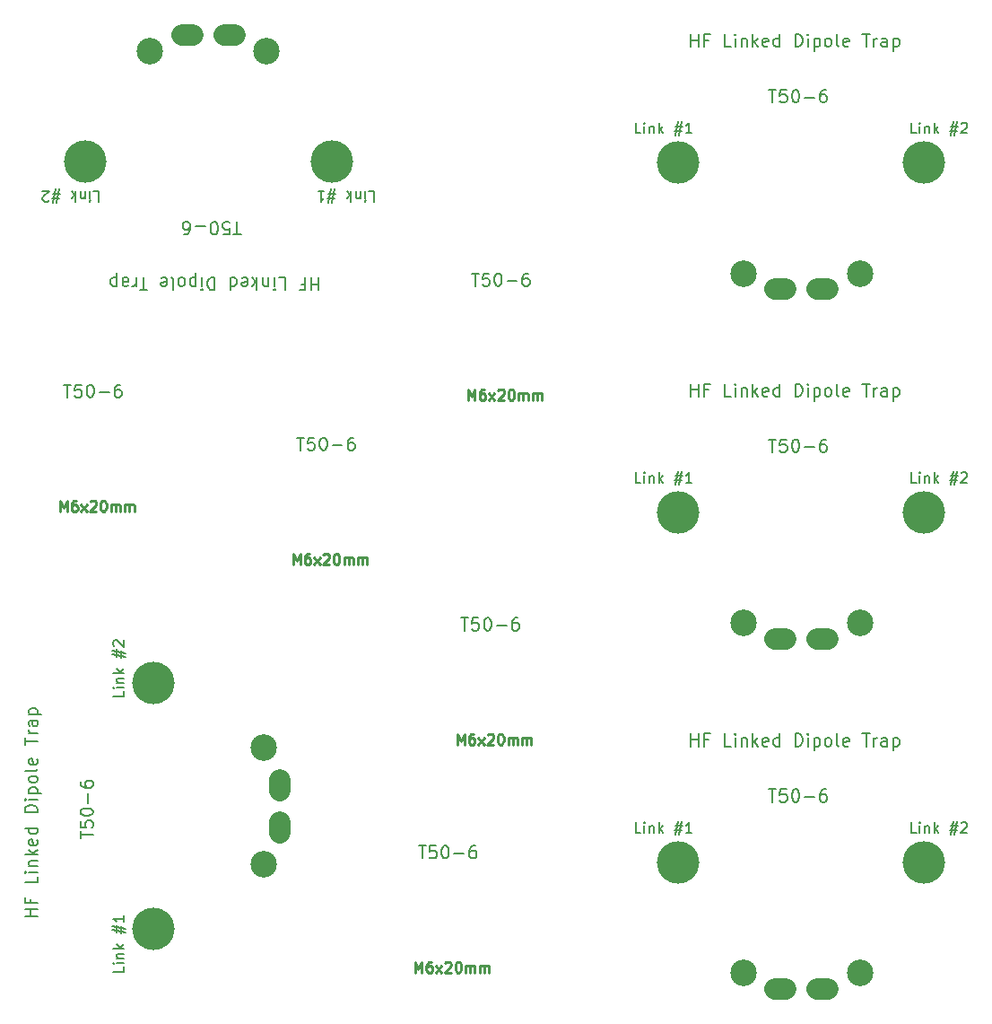
<source format=gbr>
%TF.GenerationSoftware,KiCad,Pcbnew,7.0.5-7.0.5~ubuntu22.04.1*%
%TF.CreationDate,2025-02-26T12:57:44+00:00*%
%TF.ProjectId,PBA0019-T50-6-trap,50424130-3031-4392-9d54-35302d362d74,1.0*%
%TF.SameCoordinates,Original*%
%TF.FileFunction,Copper,L1,Top*%
%TF.FilePolarity,Positive*%
%FSLAX46Y46*%
G04 Gerber Fmt 4.6, Leading zero omitted, Abs format (unit mm)*
G04 Created by KiCad (PCBNEW 7.0.5-7.0.5~ubuntu22.04.1) date 2025-02-26 12:57:44*
%MOMM*%
%LPD*%
G01*
G04 APERTURE LIST*
G04 Aperture macros list*
%AMRoundRect*
0 Rectangle with rounded corners*
0 $1 Rounding radius*
0 $2 $3 $4 $5 $6 $7 $8 $9 X,Y pos of 4 corners*
0 Add a 4 corners polygon primitive as box body*
4,1,4,$2,$3,$4,$5,$6,$7,$8,$9,$2,$3,0*
0 Add four circle primitives for the rounded corners*
1,1,$1+$1,$2,$3*
1,1,$1+$1,$4,$5*
1,1,$1+$1,$6,$7*
1,1,$1+$1,$8,$9*
0 Add four rect primitives between the rounded corners*
20,1,$1+$1,$2,$3,$4,$5,0*
20,1,$1+$1,$4,$5,$6,$7,0*
20,1,$1+$1,$6,$7,$8,$9,0*
20,1,$1+$1,$8,$9,$2,$3,0*%
G04 Aperture macros list end*
%ADD10C,0.200000*%
%TA.AperFunction,NonConductor*%
%ADD11C,0.200000*%
%TD*%
%ADD12C,0.250000*%
%TA.AperFunction,NonConductor*%
%ADD13C,0.250000*%
%TD*%
%TA.AperFunction,ComponentPad*%
%ADD14C,4.000000*%
%TD*%
%TA.AperFunction,ComponentPad*%
%ADD15C,1.600000*%
%TD*%
%TA.AperFunction,ComponentPad*%
%ADD16C,2.500000*%
%TD*%
%TA.AperFunction,SMDPad,CuDef*%
%ADD17RoundRect,0.249999X0.325001X0.650001X-0.325001X0.650001X-0.325001X-0.650001X0.325001X-0.650001X0*%
%TD*%
%TA.AperFunction,SMDPad,CuDef*%
%ADD18RoundRect,0.249999X-0.650001X0.325001X-0.650001X-0.325001X0.650001X-0.325001X0.650001X0.325001X0*%
%TD*%
%TA.AperFunction,SMDPad,CuDef*%
%ADD19RoundRect,0.249999X-0.325001X-0.650001X0.325001X-0.650001X0.325001X0.650001X-0.325001X0.650001X0*%
%TD*%
%TA.AperFunction,Conductor*%
%ADD20C,2.000000*%
%TD*%
G04 APERTURE END LIST*
D10*
D11*
X159825000Y-44119742D02*
X159825000Y-42919742D01*
X159825000Y-43491171D02*
X160510714Y-43491171D01*
X160510714Y-44119742D02*
X160510714Y-42919742D01*
X161482143Y-43491171D02*
X161082143Y-43491171D01*
X161082143Y-44119742D02*
X161082143Y-42919742D01*
X161082143Y-42919742D02*
X161653571Y-42919742D01*
X163596428Y-44119742D02*
X163025000Y-44119742D01*
X163025000Y-44119742D02*
X163025000Y-42919742D01*
X163996429Y-44119742D02*
X163996429Y-43319742D01*
X163996429Y-42919742D02*
X163939286Y-42976885D01*
X163939286Y-42976885D02*
X163996429Y-43034028D01*
X163996429Y-43034028D02*
X164053572Y-42976885D01*
X164053572Y-42976885D02*
X163996429Y-42919742D01*
X163996429Y-42919742D02*
X163996429Y-43034028D01*
X164567858Y-43319742D02*
X164567858Y-44119742D01*
X164567858Y-43434028D02*
X164625001Y-43376885D01*
X164625001Y-43376885D02*
X164739286Y-43319742D01*
X164739286Y-43319742D02*
X164910715Y-43319742D01*
X164910715Y-43319742D02*
X165025001Y-43376885D01*
X165025001Y-43376885D02*
X165082144Y-43491171D01*
X165082144Y-43491171D02*
X165082144Y-44119742D01*
X165653572Y-44119742D02*
X165653572Y-42919742D01*
X165767858Y-43662600D02*
X166110715Y-44119742D01*
X166110715Y-43319742D02*
X165653572Y-43776885D01*
X167082144Y-44062600D02*
X166967858Y-44119742D01*
X166967858Y-44119742D02*
X166739287Y-44119742D01*
X166739287Y-44119742D02*
X166625001Y-44062600D01*
X166625001Y-44062600D02*
X166567858Y-43948314D01*
X166567858Y-43948314D02*
X166567858Y-43491171D01*
X166567858Y-43491171D02*
X166625001Y-43376885D01*
X166625001Y-43376885D02*
X166739287Y-43319742D01*
X166739287Y-43319742D02*
X166967858Y-43319742D01*
X166967858Y-43319742D02*
X167082144Y-43376885D01*
X167082144Y-43376885D02*
X167139287Y-43491171D01*
X167139287Y-43491171D02*
X167139287Y-43605457D01*
X167139287Y-43605457D02*
X166567858Y-43719742D01*
X168167858Y-44119742D02*
X168167858Y-42919742D01*
X168167858Y-44062600D02*
X168053572Y-44119742D01*
X168053572Y-44119742D02*
X167825000Y-44119742D01*
X167825000Y-44119742D02*
X167710715Y-44062600D01*
X167710715Y-44062600D02*
X167653572Y-44005457D01*
X167653572Y-44005457D02*
X167596429Y-43891171D01*
X167596429Y-43891171D02*
X167596429Y-43548314D01*
X167596429Y-43548314D02*
X167653572Y-43434028D01*
X167653572Y-43434028D02*
X167710715Y-43376885D01*
X167710715Y-43376885D02*
X167825000Y-43319742D01*
X167825000Y-43319742D02*
X168053572Y-43319742D01*
X168053572Y-43319742D02*
X168167858Y-43376885D01*
X169653572Y-44119742D02*
X169653572Y-42919742D01*
X169653572Y-42919742D02*
X169939286Y-42919742D01*
X169939286Y-42919742D02*
X170110715Y-42976885D01*
X170110715Y-42976885D02*
X170225000Y-43091171D01*
X170225000Y-43091171D02*
X170282143Y-43205457D01*
X170282143Y-43205457D02*
X170339286Y-43434028D01*
X170339286Y-43434028D02*
X170339286Y-43605457D01*
X170339286Y-43605457D02*
X170282143Y-43834028D01*
X170282143Y-43834028D02*
X170225000Y-43948314D01*
X170225000Y-43948314D02*
X170110715Y-44062600D01*
X170110715Y-44062600D02*
X169939286Y-44119742D01*
X169939286Y-44119742D02*
X169653572Y-44119742D01*
X170853572Y-44119742D02*
X170853572Y-43319742D01*
X170853572Y-42919742D02*
X170796429Y-42976885D01*
X170796429Y-42976885D02*
X170853572Y-43034028D01*
X170853572Y-43034028D02*
X170910715Y-42976885D01*
X170910715Y-42976885D02*
X170853572Y-42919742D01*
X170853572Y-42919742D02*
X170853572Y-43034028D01*
X171425001Y-43319742D02*
X171425001Y-44519742D01*
X171425001Y-43376885D02*
X171539287Y-43319742D01*
X171539287Y-43319742D02*
X171767858Y-43319742D01*
X171767858Y-43319742D02*
X171882144Y-43376885D01*
X171882144Y-43376885D02*
X171939287Y-43434028D01*
X171939287Y-43434028D02*
X171996429Y-43548314D01*
X171996429Y-43548314D02*
X171996429Y-43891171D01*
X171996429Y-43891171D02*
X171939287Y-44005457D01*
X171939287Y-44005457D02*
X171882144Y-44062600D01*
X171882144Y-44062600D02*
X171767858Y-44119742D01*
X171767858Y-44119742D02*
X171539287Y-44119742D01*
X171539287Y-44119742D02*
X171425001Y-44062600D01*
X172682143Y-44119742D02*
X172567858Y-44062600D01*
X172567858Y-44062600D02*
X172510715Y-44005457D01*
X172510715Y-44005457D02*
X172453572Y-43891171D01*
X172453572Y-43891171D02*
X172453572Y-43548314D01*
X172453572Y-43548314D02*
X172510715Y-43434028D01*
X172510715Y-43434028D02*
X172567858Y-43376885D01*
X172567858Y-43376885D02*
X172682143Y-43319742D01*
X172682143Y-43319742D02*
X172853572Y-43319742D01*
X172853572Y-43319742D02*
X172967858Y-43376885D01*
X172967858Y-43376885D02*
X173025001Y-43434028D01*
X173025001Y-43434028D02*
X173082143Y-43548314D01*
X173082143Y-43548314D02*
X173082143Y-43891171D01*
X173082143Y-43891171D02*
X173025001Y-44005457D01*
X173025001Y-44005457D02*
X172967858Y-44062600D01*
X172967858Y-44062600D02*
X172853572Y-44119742D01*
X172853572Y-44119742D02*
X172682143Y-44119742D01*
X173767857Y-44119742D02*
X173653572Y-44062600D01*
X173653572Y-44062600D02*
X173596429Y-43948314D01*
X173596429Y-43948314D02*
X173596429Y-42919742D01*
X174682143Y-44062600D02*
X174567857Y-44119742D01*
X174567857Y-44119742D02*
X174339286Y-44119742D01*
X174339286Y-44119742D02*
X174225000Y-44062600D01*
X174225000Y-44062600D02*
X174167857Y-43948314D01*
X174167857Y-43948314D02*
X174167857Y-43491171D01*
X174167857Y-43491171D02*
X174225000Y-43376885D01*
X174225000Y-43376885D02*
X174339286Y-43319742D01*
X174339286Y-43319742D02*
X174567857Y-43319742D01*
X174567857Y-43319742D02*
X174682143Y-43376885D01*
X174682143Y-43376885D02*
X174739286Y-43491171D01*
X174739286Y-43491171D02*
X174739286Y-43605457D01*
X174739286Y-43605457D02*
X174167857Y-43719742D01*
X175996428Y-42919742D02*
X176682143Y-42919742D01*
X176339285Y-44119742D02*
X176339285Y-42919742D01*
X177082143Y-44119742D02*
X177082143Y-43319742D01*
X177082143Y-43548314D02*
X177139286Y-43434028D01*
X177139286Y-43434028D02*
X177196429Y-43376885D01*
X177196429Y-43376885D02*
X177310714Y-43319742D01*
X177310714Y-43319742D02*
X177425000Y-43319742D01*
X178339286Y-44119742D02*
X178339286Y-43491171D01*
X178339286Y-43491171D02*
X178282143Y-43376885D01*
X178282143Y-43376885D02*
X178167857Y-43319742D01*
X178167857Y-43319742D02*
X177939286Y-43319742D01*
X177939286Y-43319742D02*
X177825000Y-43376885D01*
X178339286Y-44062600D02*
X178225000Y-44119742D01*
X178225000Y-44119742D02*
X177939286Y-44119742D01*
X177939286Y-44119742D02*
X177825000Y-44062600D01*
X177825000Y-44062600D02*
X177767857Y-43948314D01*
X177767857Y-43948314D02*
X177767857Y-43834028D01*
X177767857Y-43834028D02*
X177825000Y-43719742D01*
X177825000Y-43719742D02*
X177939286Y-43662600D01*
X177939286Y-43662600D02*
X178225000Y-43662600D01*
X178225000Y-43662600D02*
X178339286Y-43605457D01*
X178910714Y-43319742D02*
X178910714Y-44519742D01*
X178910714Y-43376885D02*
X179025000Y-43319742D01*
X179025000Y-43319742D02*
X179253571Y-43319742D01*
X179253571Y-43319742D02*
X179367857Y-43376885D01*
X179367857Y-43376885D02*
X179425000Y-43434028D01*
X179425000Y-43434028D02*
X179482142Y-43548314D01*
X179482142Y-43548314D02*
X179482142Y-43891171D01*
X179482142Y-43891171D02*
X179425000Y-44005457D01*
X179425000Y-44005457D02*
X179367857Y-44062600D01*
X179367857Y-44062600D02*
X179253571Y-44119742D01*
X179253571Y-44119742D02*
X179025000Y-44119742D01*
X179025000Y-44119742D02*
X178910714Y-44062600D01*
D10*
D11*
X167175000Y-48169742D02*
X167860715Y-48169742D01*
X167517857Y-49369742D02*
X167517857Y-48169742D01*
X168832143Y-48169742D02*
X168260715Y-48169742D01*
X168260715Y-48169742D02*
X168203572Y-48741171D01*
X168203572Y-48741171D02*
X168260715Y-48684028D01*
X168260715Y-48684028D02*
X168375001Y-48626885D01*
X168375001Y-48626885D02*
X168660715Y-48626885D01*
X168660715Y-48626885D02*
X168775001Y-48684028D01*
X168775001Y-48684028D02*
X168832143Y-48741171D01*
X168832143Y-48741171D02*
X168889286Y-48855457D01*
X168889286Y-48855457D02*
X168889286Y-49141171D01*
X168889286Y-49141171D02*
X168832143Y-49255457D01*
X168832143Y-49255457D02*
X168775001Y-49312600D01*
X168775001Y-49312600D02*
X168660715Y-49369742D01*
X168660715Y-49369742D02*
X168375001Y-49369742D01*
X168375001Y-49369742D02*
X168260715Y-49312600D01*
X168260715Y-49312600D02*
X168203572Y-49255457D01*
X169632143Y-48169742D02*
X169746429Y-48169742D01*
X169746429Y-48169742D02*
X169860715Y-48226885D01*
X169860715Y-48226885D02*
X169917858Y-48284028D01*
X169917858Y-48284028D02*
X169975000Y-48398314D01*
X169975000Y-48398314D02*
X170032143Y-48626885D01*
X170032143Y-48626885D02*
X170032143Y-48912600D01*
X170032143Y-48912600D02*
X169975000Y-49141171D01*
X169975000Y-49141171D02*
X169917858Y-49255457D01*
X169917858Y-49255457D02*
X169860715Y-49312600D01*
X169860715Y-49312600D02*
X169746429Y-49369742D01*
X169746429Y-49369742D02*
X169632143Y-49369742D01*
X169632143Y-49369742D02*
X169517858Y-49312600D01*
X169517858Y-49312600D02*
X169460715Y-49255457D01*
X169460715Y-49255457D02*
X169403572Y-49141171D01*
X169403572Y-49141171D02*
X169346429Y-48912600D01*
X169346429Y-48912600D02*
X169346429Y-48626885D01*
X169346429Y-48626885D02*
X169403572Y-48398314D01*
X169403572Y-48398314D02*
X169460715Y-48284028D01*
X169460715Y-48284028D02*
X169517858Y-48226885D01*
X169517858Y-48226885D02*
X169632143Y-48169742D01*
X170546429Y-48912600D02*
X171460715Y-48912600D01*
X172546429Y-48169742D02*
X172317857Y-48169742D01*
X172317857Y-48169742D02*
X172203571Y-48226885D01*
X172203571Y-48226885D02*
X172146429Y-48284028D01*
X172146429Y-48284028D02*
X172032143Y-48455457D01*
X172032143Y-48455457D02*
X171975000Y-48684028D01*
X171975000Y-48684028D02*
X171975000Y-49141171D01*
X171975000Y-49141171D02*
X172032143Y-49255457D01*
X172032143Y-49255457D02*
X172089286Y-49312600D01*
X172089286Y-49312600D02*
X172203571Y-49369742D01*
X172203571Y-49369742D02*
X172432143Y-49369742D01*
X172432143Y-49369742D02*
X172546429Y-49312600D01*
X172546429Y-49312600D02*
X172603571Y-49255457D01*
X172603571Y-49255457D02*
X172660714Y-49141171D01*
X172660714Y-49141171D02*
X172660714Y-48855457D01*
X172660714Y-48855457D02*
X172603571Y-48741171D01*
X172603571Y-48741171D02*
X172546429Y-48684028D01*
X172546429Y-48684028D02*
X172432143Y-48626885D01*
X172432143Y-48626885D02*
X172203571Y-48626885D01*
X172203571Y-48626885D02*
X172089286Y-48684028D01*
X172089286Y-48684028D02*
X172032143Y-48741171D01*
X172032143Y-48741171D02*
X171975000Y-48855457D01*
D10*
D11*
X155082142Y-52277219D02*
X154605952Y-52277219D01*
X154605952Y-52277219D02*
X154605952Y-51277219D01*
X155415476Y-52277219D02*
X155415476Y-51610552D01*
X155415476Y-51277219D02*
X155367857Y-51324838D01*
X155367857Y-51324838D02*
X155415476Y-51372457D01*
X155415476Y-51372457D02*
X155463095Y-51324838D01*
X155463095Y-51324838D02*
X155415476Y-51277219D01*
X155415476Y-51277219D02*
X155415476Y-51372457D01*
X155891666Y-51610552D02*
X155891666Y-52277219D01*
X155891666Y-51705790D02*
X155939285Y-51658171D01*
X155939285Y-51658171D02*
X156034523Y-51610552D01*
X156034523Y-51610552D02*
X156177380Y-51610552D01*
X156177380Y-51610552D02*
X156272618Y-51658171D01*
X156272618Y-51658171D02*
X156320237Y-51753409D01*
X156320237Y-51753409D02*
X156320237Y-52277219D01*
X156796428Y-52277219D02*
X156796428Y-51277219D01*
X156891666Y-51896266D02*
X157177380Y-52277219D01*
X157177380Y-51610552D02*
X156796428Y-51991504D01*
X158320238Y-51610552D02*
X159034523Y-51610552D01*
X158605952Y-51181980D02*
X158320238Y-52467695D01*
X158939285Y-52039123D02*
X158225000Y-52039123D01*
X158653571Y-52467695D02*
X158939285Y-51181980D01*
X159891666Y-52277219D02*
X159320238Y-52277219D01*
X159605952Y-52277219D02*
X159605952Y-51277219D01*
X159605952Y-51277219D02*
X159510714Y-51420076D01*
X159510714Y-51420076D02*
X159415476Y-51515314D01*
X159415476Y-51515314D02*
X159320238Y-51562933D01*
D10*
D11*
X181082142Y-52277219D02*
X180605952Y-52277219D01*
X180605952Y-52277219D02*
X180605952Y-51277219D01*
X181415476Y-52277219D02*
X181415476Y-51610552D01*
X181415476Y-51277219D02*
X181367857Y-51324838D01*
X181367857Y-51324838D02*
X181415476Y-51372457D01*
X181415476Y-51372457D02*
X181463095Y-51324838D01*
X181463095Y-51324838D02*
X181415476Y-51277219D01*
X181415476Y-51277219D02*
X181415476Y-51372457D01*
X181891666Y-51610552D02*
X181891666Y-52277219D01*
X181891666Y-51705790D02*
X181939285Y-51658171D01*
X181939285Y-51658171D02*
X182034523Y-51610552D01*
X182034523Y-51610552D02*
X182177380Y-51610552D01*
X182177380Y-51610552D02*
X182272618Y-51658171D01*
X182272618Y-51658171D02*
X182320237Y-51753409D01*
X182320237Y-51753409D02*
X182320237Y-52277219D01*
X182796428Y-52277219D02*
X182796428Y-51277219D01*
X182891666Y-51896266D02*
X183177380Y-52277219D01*
X183177380Y-51610552D02*
X182796428Y-51991504D01*
X184320238Y-51610552D02*
X185034523Y-51610552D01*
X184605952Y-51181980D02*
X184320238Y-52467695D01*
X184939285Y-52039123D02*
X184225000Y-52039123D01*
X184653571Y-52467695D02*
X184939285Y-51181980D01*
X185320238Y-51372457D02*
X185367857Y-51324838D01*
X185367857Y-51324838D02*
X185463095Y-51277219D01*
X185463095Y-51277219D02*
X185701190Y-51277219D01*
X185701190Y-51277219D02*
X185796428Y-51324838D01*
X185796428Y-51324838D02*
X185844047Y-51372457D01*
X185844047Y-51372457D02*
X185891666Y-51467695D01*
X185891666Y-51467695D02*
X185891666Y-51562933D01*
X185891666Y-51562933D02*
X185844047Y-51705790D01*
X185844047Y-51705790D02*
X185272619Y-52277219D01*
X185272619Y-52277219D02*
X185891666Y-52277219D01*
D10*
D11*
X181082142Y-85277219D02*
X180605952Y-85277219D01*
X180605952Y-85277219D02*
X180605952Y-84277219D01*
X181415476Y-85277219D02*
X181415476Y-84610552D01*
X181415476Y-84277219D02*
X181367857Y-84324838D01*
X181367857Y-84324838D02*
X181415476Y-84372457D01*
X181415476Y-84372457D02*
X181463095Y-84324838D01*
X181463095Y-84324838D02*
X181415476Y-84277219D01*
X181415476Y-84277219D02*
X181415476Y-84372457D01*
X181891666Y-84610552D02*
X181891666Y-85277219D01*
X181891666Y-84705790D02*
X181939285Y-84658171D01*
X181939285Y-84658171D02*
X182034523Y-84610552D01*
X182034523Y-84610552D02*
X182177380Y-84610552D01*
X182177380Y-84610552D02*
X182272618Y-84658171D01*
X182272618Y-84658171D02*
X182320237Y-84753409D01*
X182320237Y-84753409D02*
X182320237Y-85277219D01*
X182796428Y-85277219D02*
X182796428Y-84277219D01*
X182891666Y-84896266D02*
X183177380Y-85277219D01*
X183177380Y-84610552D02*
X182796428Y-84991504D01*
X184320238Y-84610552D02*
X185034523Y-84610552D01*
X184605952Y-84181980D02*
X184320238Y-85467695D01*
X184939285Y-85039123D02*
X184225000Y-85039123D01*
X184653571Y-85467695D02*
X184939285Y-84181980D01*
X185320238Y-84372457D02*
X185367857Y-84324838D01*
X185367857Y-84324838D02*
X185463095Y-84277219D01*
X185463095Y-84277219D02*
X185701190Y-84277219D01*
X185701190Y-84277219D02*
X185796428Y-84324838D01*
X185796428Y-84324838D02*
X185844047Y-84372457D01*
X185844047Y-84372457D02*
X185891666Y-84467695D01*
X185891666Y-84467695D02*
X185891666Y-84562933D01*
X185891666Y-84562933D02*
X185844047Y-84705790D01*
X185844047Y-84705790D02*
X185272619Y-85277219D01*
X185272619Y-85277219D02*
X185891666Y-85277219D01*
D10*
D11*
X159825000Y-77119742D02*
X159825000Y-75919742D01*
X159825000Y-76491171D02*
X160510714Y-76491171D01*
X160510714Y-77119742D02*
X160510714Y-75919742D01*
X161482143Y-76491171D02*
X161082143Y-76491171D01*
X161082143Y-77119742D02*
X161082143Y-75919742D01*
X161082143Y-75919742D02*
X161653571Y-75919742D01*
X163596428Y-77119742D02*
X163025000Y-77119742D01*
X163025000Y-77119742D02*
X163025000Y-75919742D01*
X163996429Y-77119742D02*
X163996429Y-76319742D01*
X163996429Y-75919742D02*
X163939286Y-75976885D01*
X163939286Y-75976885D02*
X163996429Y-76034028D01*
X163996429Y-76034028D02*
X164053572Y-75976885D01*
X164053572Y-75976885D02*
X163996429Y-75919742D01*
X163996429Y-75919742D02*
X163996429Y-76034028D01*
X164567858Y-76319742D02*
X164567858Y-77119742D01*
X164567858Y-76434028D02*
X164625001Y-76376885D01*
X164625001Y-76376885D02*
X164739286Y-76319742D01*
X164739286Y-76319742D02*
X164910715Y-76319742D01*
X164910715Y-76319742D02*
X165025001Y-76376885D01*
X165025001Y-76376885D02*
X165082144Y-76491171D01*
X165082144Y-76491171D02*
X165082144Y-77119742D01*
X165653572Y-77119742D02*
X165653572Y-75919742D01*
X165767858Y-76662600D02*
X166110715Y-77119742D01*
X166110715Y-76319742D02*
X165653572Y-76776885D01*
X167082144Y-77062600D02*
X166967858Y-77119742D01*
X166967858Y-77119742D02*
X166739287Y-77119742D01*
X166739287Y-77119742D02*
X166625001Y-77062600D01*
X166625001Y-77062600D02*
X166567858Y-76948314D01*
X166567858Y-76948314D02*
X166567858Y-76491171D01*
X166567858Y-76491171D02*
X166625001Y-76376885D01*
X166625001Y-76376885D02*
X166739287Y-76319742D01*
X166739287Y-76319742D02*
X166967858Y-76319742D01*
X166967858Y-76319742D02*
X167082144Y-76376885D01*
X167082144Y-76376885D02*
X167139287Y-76491171D01*
X167139287Y-76491171D02*
X167139287Y-76605457D01*
X167139287Y-76605457D02*
X166567858Y-76719742D01*
X168167858Y-77119742D02*
X168167858Y-75919742D01*
X168167858Y-77062600D02*
X168053572Y-77119742D01*
X168053572Y-77119742D02*
X167825000Y-77119742D01*
X167825000Y-77119742D02*
X167710715Y-77062600D01*
X167710715Y-77062600D02*
X167653572Y-77005457D01*
X167653572Y-77005457D02*
X167596429Y-76891171D01*
X167596429Y-76891171D02*
X167596429Y-76548314D01*
X167596429Y-76548314D02*
X167653572Y-76434028D01*
X167653572Y-76434028D02*
X167710715Y-76376885D01*
X167710715Y-76376885D02*
X167825000Y-76319742D01*
X167825000Y-76319742D02*
X168053572Y-76319742D01*
X168053572Y-76319742D02*
X168167858Y-76376885D01*
X169653572Y-77119742D02*
X169653572Y-75919742D01*
X169653572Y-75919742D02*
X169939286Y-75919742D01*
X169939286Y-75919742D02*
X170110715Y-75976885D01*
X170110715Y-75976885D02*
X170225000Y-76091171D01*
X170225000Y-76091171D02*
X170282143Y-76205457D01*
X170282143Y-76205457D02*
X170339286Y-76434028D01*
X170339286Y-76434028D02*
X170339286Y-76605457D01*
X170339286Y-76605457D02*
X170282143Y-76834028D01*
X170282143Y-76834028D02*
X170225000Y-76948314D01*
X170225000Y-76948314D02*
X170110715Y-77062600D01*
X170110715Y-77062600D02*
X169939286Y-77119742D01*
X169939286Y-77119742D02*
X169653572Y-77119742D01*
X170853572Y-77119742D02*
X170853572Y-76319742D01*
X170853572Y-75919742D02*
X170796429Y-75976885D01*
X170796429Y-75976885D02*
X170853572Y-76034028D01*
X170853572Y-76034028D02*
X170910715Y-75976885D01*
X170910715Y-75976885D02*
X170853572Y-75919742D01*
X170853572Y-75919742D02*
X170853572Y-76034028D01*
X171425001Y-76319742D02*
X171425001Y-77519742D01*
X171425001Y-76376885D02*
X171539287Y-76319742D01*
X171539287Y-76319742D02*
X171767858Y-76319742D01*
X171767858Y-76319742D02*
X171882144Y-76376885D01*
X171882144Y-76376885D02*
X171939287Y-76434028D01*
X171939287Y-76434028D02*
X171996429Y-76548314D01*
X171996429Y-76548314D02*
X171996429Y-76891171D01*
X171996429Y-76891171D02*
X171939287Y-77005457D01*
X171939287Y-77005457D02*
X171882144Y-77062600D01*
X171882144Y-77062600D02*
X171767858Y-77119742D01*
X171767858Y-77119742D02*
X171539287Y-77119742D01*
X171539287Y-77119742D02*
X171425001Y-77062600D01*
X172682143Y-77119742D02*
X172567858Y-77062600D01*
X172567858Y-77062600D02*
X172510715Y-77005457D01*
X172510715Y-77005457D02*
X172453572Y-76891171D01*
X172453572Y-76891171D02*
X172453572Y-76548314D01*
X172453572Y-76548314D02*
X172510715Y-76434028D01*
X172510715Y-76434028D02*
X172567858Y-76376885D01*
X172567858Y-76376885D02*
X172682143Y-76319742D01*
X172682143Y-76319742D02*
X172853572Y-76319742D01*
X172853572Y-76319742D02*
X172967858Y-76376885D01*
X172967858Y-76376885D02*
X173025001Y-76434028D01*
X173025001Y-76434028D02*
X173082143Y-76548314D01*
X173082143Y-76548314D02*
X173082143Y-76891171D01*
X173082143Y-76891171D02*
X173025001Y-77005457D01*
X173025001Y-77005457D02*
X172967858Y-77062600D01*
X172967858Y-77062600D02*
X172853572Y-77119742D01*
X172853572Y-77119742D02*
X172682143Y-77119742D01*
X173767857Y-77119742D02*
X173653572Y-77062600D01*
X173653572Y-77062600D02*
X173596429Y-76948314D01*
X173596429Y-76948314D02*
X173596429Y-75919742D01*
X174682143Y-77062600D02*
X174567857Y-77119742D01*
X174567857Y-77119742D02*
X174339286Y-77119742D01*
X174339286Y-77119742D02*
X174225000Y-77062600D01*
X174225000Y-77062600D02*
X174167857Y-76948314D01*
X174167857Y-76948314D02*
X174167857Y-76491171D01*
X174167857Y-76491171D02*
X174225000Y-76376885D01*
X174225000Y-76376885D02*
X174339286Y-76319742D01*
X174339286Y-76319742D02*
X174567857Y-76319742D01*
X174567857Y-76319742D02*
X174682143Y-76376885D01*
X174682143Y-76376885D02*
X174739286Y-76491171D01*
X174739286Y-76491171D02*
X174739286Y-76605457D01*
X174739286Y-76605457D02*
X174167857Y-76719742D01*
X175996428Y-75919742D02*
X176682143Y-75919742D01*
X176339285Y-77119742D02*
X176339285Y-75919742D01*
X177082143Y-77119742D02*
X177082143Y-76319742D01*
X177082143Y-76548314D02*
X177139286Y-76434028D01*
X177139286Y-76434028D02*
X177196429Y-76376885D01*
X177196429Y-76376885D02*
X177310714Y-76319742D01*
X177310714Y-76319742D02*
X177425000Y-76319742D01*
X178339286Y-77119742D02*
X178339286Y-76491171D01*
X178339286Y-76491171D02*
X178282143Y-76376885D01*
X178282143Y-76376885D02*
X178167857Y-76319742D01*
X178167857Y-76319742D02*
X177939286Y-76319742D01*
X177939286Y-76319742D02*
X177825000Y-76376885D01*
X178339286Y-77062600D02*
X178225000Y-77119742D01*
X178225000Y-77119742D02*
X177939286Y-77119742D01*
X177939286Y-77119742D02*
X177825000Y-77062600D01*
X177825000Y-77062600D02*
X177767857Y-76948314D01*
X177767857Y-76948314D02*
X177767857Y-76834028D01*
X177767857Y-76834028D02*
X177825000Y-76719742D01*
X177825000Y-76719742D02*
X177939286Y-76662600D01*
X177939286Y-76662600D02*
X178225000Y-76662600D01*
X178225000Y-76662600D02*
X178339286Y-76605457D01*
X178910714Y-76319742D02*
X178910714Y-77519742D01*
X178910714Y-76376885D02*
X179025000Y-76319742D01*
X179025000Y-76319742D02*
X179253571Y-76319742D01*
X179253571Y-76319742D02*
X179367857Y-76376885D01*
X179367857Y-76376885D02*
X179425000Y-76434028D01*
X179425000Y-76434028D02*
X179482142Y-76548314D01*
X179482142Y-76548314D02*
X179482142Y-76891171D01*
X179482142Y-76891171D02*
X179425000Y-77005457D01*
X179425000Y-77005457D02*
X179367857Y-77062600D01*
X179367857Y-77062600D02*
X179253571Y-77119742D01*
X179253571Y-77119742D02*
X179025000Y-77119742D01*
X179025000Y-77119742D02*
X178910714Y-77062600D01*
D10*
D11*
X155082142Y-85277219D02*
X154605952Y-85277219D01*
X154605952Y-85277219D02*
X154605952Y-84277219D01*
X155415476Y-85277219D02*
X155415476Y-84610552D01*
X155415476Y-84277219D02*
X155367857Y-84324838D01*
X155367857Y-84324838D02*
X155415476Y-84372457D01*
X155415476Y-84372457D02*
X155463095Y-84324838D01*
X155463095Y-84324838D02*
X155415476Y-84277219D01*
X155415476Y-84277219D02*
X155415476Y-84372457D01*
X155891666Y-84610552D02*
X155891666Y-85277219D01*
X155891666Y-84705790D02*
X155939285Y-84658171D01*
X155939285Y-84658171D02*
X156034523Y-84610552D01*
X156034523Y-84610552D02*
X156177380Y-84610552D01*
X156177380Y-84610552D02*
X156272618Y-84658171D01*
X156272618Y-84658171D02*
X156320237Y-84753409D01*
X156320237Y-84753409D02*
X156320237Y-85277219D01*
X156796428Y-85277219D02*
X156796428Y-84277219D01*
X156891666Y-84896266D02*
X157177380Y-85277219D01*
X157177380Y-84610552D02*
X156796428Y-84991504D01*
X158320238Y-84610552D02*
X159034523Y-84610552D01*
X158605952Y-84181980D02*
X158320238Y-85467695D01*
X158939285Y-85039123D02*
X158225000Y-85039123D01*
X158653571Y-85467695D02*
X158939285Y-84181980D01*
X159891666Y-85277219D02*
X159320238Y-85277219D01*
X159605952Y-85277219D02*
X159605952Y-84277219D01*
X159605952Y-84277219D02*
X159510714Y-84420076D01*
X159510714Y-84420076D02*
X159415476Y-84515314D01*
X159415476Y-84515314D02*
X159320238Y-84562933D01*
D10*
D11*
X167175000Y-81169742D02*
X167860715Y-81169742D01*
X167517857Y-82369742D02*
X167517857Y-81169742D01*
X168832143Y-81169742D02*
X168260715Y-81169742D01*
X168260715Y-81169742D02*
X168203572Y-81741171D01*
X168203572Y-81741171D02*
X168260715Y-81684028D01*
X168260715Y-81684028D02*
X168375001Y-81626885D01*
X168375001Y-81626885D02*
X168660715Y-81626885D01*
X168660715Y-81626885D02*
X168775001Y-81684028D01*
X168775001Y-81684028D02*
X168832143Y-81741171D01*
X168832143Y-81741171D02*
X168889286Y-81855457D01*
X168889286Y-81855457D02*
X168889286Y-82141171D01*
X168889286Y-82141171D02*
X168832143Y-82255457D01*
X168832143Y-82255457D02*
X168775001Y-82312600D01*
X168775001Y-82312600D02*
X168660715Y-82369742D01*
X168660715Y-82369742D02*
X168375001Y-82369742D01*
X168375001Y-82369742D02*
X168260715Y-82312600D01*
X168260715Y-82312600D02*
X168203572Y-82255457D01*
X169632143Y-81169742D02*
X169746429Y-81169742D01*
X169746429Y-81169742D02*
X169860715Y-81226885D01*
X169860715Y-81226885D02*
X169917858Y-81284028D01*
X169917858Y-81284028D02*
X169975000Y-81398314D01*
X169975000Y-81398314D02*
X170032143Y-81626885D01*
X170032143Y-81626885D02*
X170032143Y-81912600D01*
X170032143Y-81912600D02*
X169975000Y-82141171D01*
X169975000Y-82141171D02*
X169917858Y-82255457D01*
X169917858Y-82255457D02*
X169860715Y-82312600D01*
X169860715Y-82312600D02*
X169746429Y-82369742D01*
X169746429Y-82369742D02*
X169632143Y-82369742D01*
X169632143Y-82369742D02*
X169517858Y-82312600D01*
X169517858Y-82312600D02*
X169460715Y-82255457D01*
X169460715Y-82255457D02*
X169403572Y-82141171D01*
X169403572Y-82141171D02*
X169346429Y-81912600D01*
X169346429Y-81912600D02*
X169346429Y-81626885D01*
X169346429Y-81626885D02*
X169403572Y-81398314D01*
X169403572Y-81398314D02*
X169460715Y-81284028D01*
X169460715Y-81284028D02*
X169517858Y-81226885D01*
X169517858Y-81226885D02*
X169632143Y-81169742D01*
X170546429Y-81912600D02*
X171460715Y-81912600D01*
X172546429Y-81169742D02*
X172317857Y-81169742D01*
X172317857Y-81169742D02*
X172203571Y-81226885D01*
X172203571Y-81226885D02*
X172146429Y-81284028D01*
X172146429Y-81284028D02*
X172032143Y-81455457D01*
X172032143Y-81455457D02*
X171975000Y-81684028D01*
X171975000Y-81684028D02*
X171975000Y-82141171D01*
X171975000Y-82141171D02*
X172032143Y-82255457D01*
X172032143Y-82255457D02*
X172089286Y-82312600D01*
X172089286Y-82312600D02*
X172203571Y-82369742D01*
X172203571Y-82369742D02*
X172432143Y-82369742D01*
X172432143Y-82369742D02*
X172546429Y-82312600D01*
X172546429Y-82312600D02*
X172603571Y-82255457D01*
X172603571Y-82255457D02*
X172660714Y-82141171D01*
X172660714Y-82141171D02*
X172660714Y-81855457D01*
X172660714Y-81855457D02*
X172603571Y-81741171D01*
X172603571Y-81741171D02*
X172546429Y-81684028D01*
X172546429Y-81684028D02*
X172432143Y-81626885D01*
X172432143Y-81626885D02*
X172203571Y-81626885D01*
X172203571Y-81626885D02*
X172089286Y-81684028D01*
X172089286Y-81684028D02*
X172032143Y-81741171D01*
X172032143Y-81741171D02*
X171975000Y-81855457D01*
D10*
D11*
X167175000Y-114169742D02*
X167860715Y-114169742D01*
X167517857Y-115369742D02*
X167517857Y-114169742D01*
X168832143Y-114169742D02*
X168260715Y-114169742D01*
X168260715Y-114169742D02*
X168203572Y-114741171D01*
X168203572Y-114741171D02*
X168260715Y-114684028D01*
X168260715Y-114684028D02*
X168375001Y-114626885D01*
X168375001Y-114626885D02*
X168660715Y-114626885D01*
X168660715Y-114626885D02*
X168775001Y-114684028D01*
X168775001Y-114684028D02*
X168832143Y-114741171D01*
X168832143Y-114741171D02*
X168889286Y-114855457D01*
X168889286Y-114855457D02*
X168889286Y-115141171D01*
X168889286Y-115141171D02*
X168832143Y-115255457D01*
X168832143Y-115255457D02*
X168775001Y-115312600D01*
X168775001Y-115312600D02*
X168660715Y-115369742D01*
X168660715Y-115369742D02*
X168375001Y-115369742D01*
X168375001Y-115369742D02*
X168260715Y-115312600D01*
X168260715Y-115312600D02*
X168203572Y-115255457D01*
X169632143Y-114169742D02*
X169746429Y-114169742D01*
X169746429Y-114169742D02*
X169860715Y-114226885D01*
X169860715Y-114226885D02*
X169917858Y-114284028D01*
X169917858Y-114284028D02*
X169975000Y-114398314D01*
X169975000Y-114398314D02*
X170032143Y-114626885D01*
X170032143Y-114626885D02*
X170032143Y-114912600D01*
X170032143Y-114912600D02*
X169975000Y-115141171D01*
X169975000Y-115141171D02*
X169917858Y-115255457D01*
X169917858Y-115255457D02*
X169860715Y-115312600D01*
X169860715Y-115312600D02*
X169746429Y-115369742D01*
X169746429Y-115369742D02*
X169632143Y-115369742D01*
X169632143Y-115369742D02*
X169517858Y-115312600D01*
X169517858Y-115312600D02*
X169460715Y-115255457D01*
X169460715Y-115255457D02*
X169403572Y-115141171D01*
X169403572Y-115141171D02*
X169346429Y-114912600D01*
X169346429Y-114912600D02*
X169346429Y-114626885D01*
X169346429Y-114626885D02*
X169403572Y-114398314D01*
X169403572Y-114398314D02*
X169460715Y-114284028D01*
X169460715Y-114284028D02*
X169517858Y-114226885D01*
X169517858Y-114226885D02*
X169632143Y-114169742D01*
X170546429Y-114912600D02*
X171460715Y-114912600D01*
X172546429Y-114169742D02*
X172317857Y-114169742D01*
X172317857Y-114169742D02*
X172203571Y-114226885D01*
X172203571Y-114226885D02*
X172146429Y-114284028D01*
X172146429Y-114284028D02*
X172032143Y-114455457D01*
X172032143Y-114455457D02*
X171975000Y-114684028D01*
X171975000Y-114684028D02*
X171975000Y-115141171D01*
X171975000Y-115141171D02*
X172032143Y-115255457D01*
X172032143Y-115255457D02*
X172089286Y-115312600D01*
X172089286Y-115312600D02*
X172203571Y-115369742D01*
X172203571Y-115369742D02*
X172432143Y-115369742D01*
X172432143Y-115369742D02*
X172546429Y-115312600D01*
X172546429Y-115312600D02*
X172603571Y-115255457D01*
X172603571Y-115255457D02*
X172660714Y-115141171D01*
X172660714Y-115141171D02*
X172660714Y-114855457D01*
X172660714Y-114855457D02*
X172603571Y-114741171D01*
X172603571Y-114741171D02*
X172546429Y-114684028D01*
X172546429Y-114684028D02*
X172432143Y-114626885D01*
X172432143Y-114626885D02*
X172203571Y-114626885D01*
X172203571Y-114626885D02*
X172089286Y-114684028D01*
X172089286Y-114684028D02*
X172032143Y-114741171D01*
X172032143Y-114741171D02*
X171975000Y-114855457D01*
D10*
D11*
X155082142Y-118277219D02*
X154605952Y-118277219D01*
X154605952Y-118277219D02*
X154605952Y-117277219D01*
X155415476Y-118277219D02*
X155415476Y-117610552D01*
X155415476Y-117277219D02*
X155367857Y-117324838D01*
X155367857Y-117324838D02*
X155415476Y-117372457D01*
X155415476Y-117372457D02*
X155463095Y-117324838D01*
X155463095Y-117324838D02*
X155415476Y-117277219D01*
X155415476Y-117277219D02*
X155415476Y-117372457D01*
X155891666Y-117610552D02*
X155891666Y-118277219D01*
X155891666Y-117705790D02*
X155939285Y-117658171D01*
X155939285Y-117658171D02*
X156034523Y-117610552D01*
X156034523Y-117610552D02*
X156177380Y-117610552D01*
X156177380Y-117610552D02*
X156272618Y-117658171D01*
X156272618Y-117658171D02*
X156320237Y-117753409D01*
X156320237Y-117753409D02*
X156320237Y-118277219D01*
X156796428Y-118277219D02*
X156796428Y-117277219D01*
X156891666Y-117896266D02*
X157177380Y-118277219D01*
X157177380Y-117610552D02*
X156796428Y-117991504D01*
X158320238Y-117610552D02*
X159034523Y-117610552D01*
X158605952Y-117181980D02*
X158320238Y-118467695D01*
X158939285Y-118039123D02*
X158225000Y-118039123D01*
X158653571Y-118467695D02*
X158939285Y-117181980D01*
X159891666Y-118277219D02*
X159320238Y-118277219D01*
X159605952Y-118277219D02*
X159605952Y-117277219D01*
X159605952Y-117277219D02*
X159510714Y-117420076D01*
X159510714Y-117420076D02*
X159415476Y-117515314D01*
X159415476Y-117515314D02*
X159320238Y-117562933D01*
D10*
D11*
X159825000Y-110119742D02*
X159825000Y-108919742D01*
X159825000Y-109491171D02*
X160510714Y-109491171D01*
X160510714Y-110119742D02*
X160510714Y-108919742D01*
X161482143Y-109491171D02*
X161082143Y-109491171D01*
X161082143Y-110119742D02*
X161082143Y-108919742D01*
X161082143Y-108919742D02*
X161653571Y-108919742D01*
X163596428Y-110119742D02*
X163025000Y-110119742D01*
X163025000Y-110119742D02*
X163025000Y-108919742D01*
X163996429Y-110119742D02*
X163996429Y-109319742D01*
X163996429Y-108919742D02*
X163939286Y-108976885D01*
X163939286Y-108976885D02*
X163996429Y-109034028D01*
X163996429Y-109034028D02*
X164053572Y-108976885D01*
X164053572Y-108976885D02*
X163996429Y-108919742D01*
X163996429Y-108919742D02*
X163996429Y-109034028D01*
X164567858Y-109319742D02*
X164567858Y-110119742D01*
X164567858Y-109434028D02*
X164625001Y-109376885D01*
X164625001Y-109376885D02*
X164739286Y-109319742D01*
X164739286Y-109319742D02*
X164910715Y-109319742D01*
X164910715Y-109319742D02*
X165025001Y-109376885D01*
X165025001Y-109376885D02*
X165082144Y-109491171D01*
X165082144Y-109491171D02*
X165082144Y-110119742D01*
X165653572Y-110119742D02*
X165653572Y-108919742D01*
X165767858Y-109662600D02*
X166110715Y-110119742D01*
X166110715Y-109319742D02*
X165653572Y-109776885D01*
X167082144Y-110062600D02*
X166967858Y-110119742D01*
X166967858Y-110119742D02*
X166739287Y-110119742D01*
X166739287Y-110119742D02*
X166625001Y-110062600D01*
X166625001Y-110062600D02*
X166567858Y-109948314D01*
X166567858Y-109948314D02*
X166567858Y-109491171D01*
X166567858Y-109491171D02*
X166625001Y-109376885D01*
X166625001Y-109376885D02*
X166739287Y-109319742D01*
X166739287Y-109319742D02*
X166967858Y-109319742D01*
X166967858Y-109319742D02*
X167082144Y-109376885D01*
X167082144Y-109376885D02*
X167139287Y-109491171D01*
X167139287Y-109491171D02*
X167139287Y-109605457D01*
X167139287Y-109605457D02*
X166567858Y-109719742D01*
X168167858Y-110119742D02*
X168167858Y-108919742D01*
X168167858Y-110062600D02*
X168053572Y-110119742D01*
X168053572Y-110119742D02*
X167825000Y-110119742D01*
X167825000Y-110119742D02*
X167710715Y-110062600D01*
X167710715Y-110062600D02*
X167653572Y-110005457D01*
X167653572Y-110005457D02*
X167596429Y-109891171D01*
X167596429Y-109891171D02*
X167596429Y-109548314D01*
X167596429Y-109548314D02*
X167653572Y-109434028D01*
X167653572Y-109434028D02*
X167710715Y-109376885D01*
X167710715Y-109376885D02*
X167825000Y-109319742D01*
X167825000Y-109319742D02*
X168053572Y-109319742D01*
X168053572Y-109319742D02*
X168167858Y-109376885D01*
X169653572Y-110119742D02*
X169653572Y-108919742D01*
X169653572Y-108919742D02*
X169939286Y-108919742D01*
X169939286Y-108919742D02*
X170110715Y-108976885D01*
X170110715Y-108976885D02*
X170225000Y-109091171D01*
X170225000Y-109091171D02*
X170282143Y-109205457D01*
X170282143Y-109205457D02*
X170339286Y-109434028D01*
X170339286Y-109434028D02*
X170339286Y-109605457D01*
X170339286Y-109605457D02*
X170282143Y-109834028D01*
X170282143Y-109834028D02*
X170225000Y-109948314D01*
X170225000Y-109948314D02*
X170110715Y-110062600D01*
X170110715Y-110062600D02*
X169939286Y-110119742D01*
X169939286Y-110119742D02*
X169653572Y-110119742D01*
X170853572Y-110119742D02*
X170853572Y-109319742D01*
X170853572Y-108919742D02*
X170796429Y-108976885D01*
X170796429Y-108976885D02*
X170853572Y-109034028D01*
X170853572Y-109034028D02*
X170910715Y-108976885D01*
X170910715Y-108976885D02*
X170853572Y-108919742D01*
X170853572Y-108919742D02*
X170853572Y-109034028D01*
X171425001Y-109319742D02*
X171425001Y-110519742D01*
X171425001Y-109376885D02*
X171539287Y-109319742D01*
X171539287Y-109319742D02*
X171767858Y-109319742D01*
X171767858Y-109319742D02*
X171882144Y-109376885D01*
X171882144Y-109376885D02*
X171939287Y-109434028D01*
X171939287Y-109434028D02*
X171996429Y-109548314D01*
X171996429Y-109548314D02*
X171996429Y-109891171D01*
X171996429Y-109891171D02*
X171939287Y-110005457D01*
X171939287Y-110005457D02*
X171882144Y-110062600D01*
X171882144Y-110062600D02*
X171767858Y-110119742D01*
X171767858Y-110119742D02*
X171539287Y-110119742D01*
X171539287Y-110119742D02*
X171425001Y-110062600D01*
X172682143Y-110119742D02*
X172567858Y-110062600D01*
X172567858Y-110062600D02*
X172510715Y-110005457D01*
X172510715Y-110005457D02*
X172453572Y-109891171D01*
X172453572Y-109891171D02*
X172453572Y-109548314D01*
X172453572Y-109548314D02*
X172510715Y-109434028D01*
X172510715Y-109434028D02*
X172567858Y-109376885D01*
X172567858Y-109376885D02*
X172682143Y-109319742D01*
X172682143Y-109319742D02*
X172853572Y-109319742D01*
X172853572Y-109319742D02*
X172967858Y-109376885D01*
X172967858Y-109376885D02*
X173025001Y-109434028D01*
X173025001Y-109434028D02*
X173082143Y-109548314D01*
X173082143Y-109548314D02*
X173082143Y-109891171D01*
X173082143Y-109891171D02*
X173025001Y-110005457D01*
X173025001Y-110005457D02*
X172967858Y-110062600D01*
X172967858Y-110062600D02*
X172853572Y-110119742D01*
X172853572Y-110119742D02*
X172682143Y-110119742D01*
X173767857Y-110119742D02*
X173653572Y-110062600D01*
X173653572Y-110062600D02*
X173596429Y-109948314D01*
X173596429Y-109948314D02*
X173596429Y-108919742D01*
X174682143Y-110062600D02*
X174567857Y-110119742D01*
X174567857Y-110119742D02*
X174339286Y-110119742D01*
X174339286Y-110119742D02*
X174225000Y-110062600D01*
X174225000Y-110062600D02*
X174167857Y-109948314D01*
X174167857Y-109948314D02*
X174167857Y-109491171D01*
X174167857Y-109491171D02*
X174225000Y-109376885D01*
X174225000Y-109376885D02*
X174339286Y-109319742D01*
X174339286Y-109319742D02*
X174567857Y-109319742D01*
X174567857Y-109319742D02*
X174682143Y-109376885D01*
X174682143Y-109376885D02*
X174739286Y-109491171D01*
X174739286Y-109491171D02*
X174739286Y-109605457D01*
X174739286Y-109605457D02*
X174167857Y-109719742D01*
X175996428Y-108919742D02*
X176682143Y-108919742D01*
X176339285Y-110119742D02*
X176339285Y-108919742D01*
X177082143Y-110119742D02*
X177082143Y-109319742D01*
X177082143Y-109548314D02*
X177139286Y-109434028D01*
X177139286Y-109434028D02*
X177196429Y-109376885D01*
X177196429Y-109376885D02*
X177310714Y-109319742D01*
X177310714Y-109319742D02*
X177425000Y-109319742D01*
X178339286Y-110119742D02*
X178339286Y-109491171D01*
X178339286Y-109491171D02*
X178282143Y-109376885D01*
X178282143Y-109376885D02*
X178167857Y-109319742D01*
X178167857Y-109319742D02*
X177939286Y-109319742D01*
X177939286Y-109319742D02*
X177825000Y-109376885D01*
X178339286Y-110062600D02*
X178225000Y-110119742D01*
X178225000Y-110119742D02*
X177939286Y-110119742D01*
X177939286Y-110119742D02*
X177825000Y-110062600D01*
X177825000Y-110062600D02*
X177767857Y-109948314D01*
X177767857Y-109948314D02*
X177767857Y-109834028D01*
X177767857Y-109834028D02*
X177825000Y-109719742D01*
X177825000Y-109719742D02*
X177939286Y-109662600D01*
X177939286Y-109662600D02*
X178225000Y-109662600D01*
X178225000Y-109662600D02*
X178339286Y-109605457D01*
X178910714Y-109319742D02*
X178910714Y-110519742D01*
X178910714Y-109376885D02*
X179025000Y-109319742D01*
X179025000Y-109319742D02*
X179253571Y-109319742D01*
X179253571Y-109319742D02*
X179367857Y-109376885D01*
X179367857Y-109376885D02*
X179425000Y-109434028D01*
X179425000Y-109434028D02*
X179482142Y-109548314D01*
X179482142Y-109548314D02*
X179482142Y-109891171D01*
X179482142Y-109891171D02*
X179425000Y-110005457D01*
X179425000Y-110005457D02*
X179367857Y-110062600D01*
X179367857Y-110062600D02*
X179253571Y-110119742D01*
X179253571Y-110119742D02*
X179025000Y-110119742D01*
X179025000Y-110119742D02*
X178910714Y-110062600D01*
D10*
D11*
X181082142Y-118277219D02*
X180605952Y-118277219D01*
X180605952Y-118277219D02*
X180605952Y-117277219D01*
X181415476Y-118277219D02*
X181415476Y-117610552D01*
X181415476Y-117277219D02*
X181367857Y-117324838D01*
X181367857Y-117324838D02*
X181415476Y-117372457D01*
X181415476Y-117372457D02*
X181463095Y-117324838D01*
X181463095Y-117324838D02*
X181415476Y-117277219D01*
X181415476Y-117277219D02*
X181415476Y-117372457D01*
X181891666Y-117610552D02*
X181891666Y-118277219D01*
X181891666Y-117705790D02*
X181939285Y-117658171D01*
X181939285Y-117658171D02*
X182034523Y-117610552D01*
X182034523Y-117610552D02*
X182177380Y-117610552D01*
X182177380Y-117610552D02*
X182272618Y-117658171D01*
X182272618Y-117658171D02*
X182320237Y-117753409D01*
X182320237Y-117753409D02*
X182320237Y-118277219D01*
X182796428Y-118277219D02*
X182796428Y-117277219D01*
X182891666Y-117896266D02*
X183177380Y-118277219D01*
X183177380Y-117610552D02*
X182796428Y-117991504D01*
X184320238Y-117610552D02*
X185034523Y-117610552D01*
X184605952Y-117181980D02*
X184320238Y-118467695D01*
X184939285Y-118039123D02*
X184225000Y-118039123D01*
X184653571Y-118467695D02*
X184939285Y-117181980D01*
X185320238Y-117372457D02*
X185367857Y-117324838D01*
X185367857Y-117324838D02*
X185463095Y-117277219D01*
X185463095Y-117277219D02*
X185701190Y-117277219D01*
X185701190Y-117277219D02*
X185796428Y-117324838D01*
X185796428Y-117324838D02*
X185844047Y-117372457D01*
X185844047Y-117372457D02*
X185891666Y-117467695D01*
X185891666Y-117467695D02*
X185891666Y-117562933D01*
X185891666Y-117562933D02*
X185844047Y-117705790D01*
X185844047Y-117705790D02*
X185272619Y-118277219D01*
X185272619Y-118277219D02*
X185891666Y-118277219D01*
D10*
D11*
X98119742Y-126174999D02*
X96919742Y-126174999D01*
X97491171Y-126174999D02*
X97491171Y-125489285D01*
X98119742Y-125489285D02*
X96919742Y-125489285D01*
X97491171Y-124517856D02*
X97491171Y-124917856D01*
X98119742Y-124917856D02*
X96919742Y-124917856D01*
X96919742Y-124917856D02*
X96919742Y-124346428D01*
X98119742Y-122403571D02*
X98119742Y-122974999D01*
X98119742Y-122974999D02*
X96919742Y-122974999D01*
X98119742Y-122003570D02*
X97319742Y-122003570D01*
X96919742Y-122003570D02*
X96976885Y-122060713D01*
X96976885Y-122060713D02*
X97034028Y-122003570D01*
X97034028Y-122003570D02*
X96976885Y-121946427D01*
X96976885Y-121946427D02*
X96919742Y-122003570D01*
X96919742Y-122003570D02*
X97034028Y-122003570D01*
X97319742Y-121432141D02*
X98119742Y-121432141D01*
X97434028Y-121432141D02*
X97376885Y-121374998D01*
X97376885Y-121374998D02*
X97319742Y-121260713D01*
X97319742Y-121260713D02*
X97319742Y-121089284D01*
X97319742Y-121089284D02*
X97376885Y-120974998D01*
X97376885Y-120974998D02*
X97491171Y-120917856D01*
X97491171Y-120917856D02*
X98119742Y-120917856D01*
X98119742Y-120346427D02*
X96919742Y-120346427D01*
X97662600Y-120232142D02*
X98119742Y-119889284D01*
X97319742Y-119889284D02*
X97776885Y-120346427D01*
X98062600Y-118917855D02*
X98119742Y-119032141D01*
X98119742Y-119032141D02*
X98119742Y-119260713D01*
X98119742Y-119260713D02*
X98062600Y-119374998D01*
X98062600Y-119374998D02*
X97948314Y-119432141D01*
X97948314Y-119432141D02*
X97491171Y-119432141D01*
X97491171Y-119432141D02*
X97376885Y-119374998D01*
X97376885Y-119374998D02*
X97319742Y-119260713D01*
X97319742Y-119260713D02*
X97319742Y-119032141D01*
X97319742Y-119032141D02*
X97376885Y-118917855D01*
X97376885Y-118917855D02*
X97491171Y-118860713D01*
X97491171Y-118860713D02*
X97605457Y-118860713D01*
X97605457Y-118860713D02*
X97719742Y-119432141D01*
X98119742Y-117832142D02*
X96919742Y-117832142D01*
X98062600Y-117832142D02*
X98119742Y-117946427D01*
X98119742Y-117946427D02*
X98119742Y-118174999D01*
X98119742Y-118174999D02*
X98062600Y-118289284D01*
X98062600Y-118289284D02*
X98005457Y-118346427D01*
X98005457Y-118346427D02*
X97891171Y-118403570D01*
X97891171Y-118403570D02*
X97548314Y-118403570D01*
X97548314Y-118403570D02*
X97434028Y-118346427D01*
X97434028Y-118346427D02*
X97376885Y-118289284D01*
X97376885Y-118289284D02*
X97319742Y-118174999D01*
X97319742Y-118174999D02*
X97319742Y-117946427D01*
X97319742Y-117946427D02*
X97376885Y-117832142D01*
X98119742Y-116346427D02*
X96919742Y-116346427D01*
X96919742Y-116346427D02*
X96919742Y-116060713D01*
X96919742Y-116060713D02*
X96976885Y-115889284D01*
X96976885Y-115889284D02*
X97091171Y-115774999D01*
X97091171Y-115774999D02*
X97205457Y-115717856D01*
X97205457Y-115717856D02*
X97434028Y-115660713D01*
X97434028Y-115660713D02*
X97605457Y-115660713D01*
X97605457Y-115660713D02*
X97834028Y-115717856D01*
X97834028Y-115717856D02*
X97948314Y-115774999D01*
X97948314Y-115774999D02*
X98062600Y-115889284D01*
X98062600Y-115889284D02*
X98119742Y-116060713D01*
X98119742Y-116060713D02*
X98119742Y-116346427D01*
X98119742Y-115146427D02*
X97319742Y-115146427D01*
X96919742Y-115146427D02*
X96976885Y-115203570D01*
X96976885Y-115203570D02*
X97034028Y-115146427D01*
X97034028Y-115146427D02*
X96976885Y-115089284D01*
X96976885Y-115089284D02*
X96919742Y-115146427D01*
X96919742Y-115146427D02*
X97034028Y-115146427D01*
X97319742Y-114574998D02*
X98519742Y-114574998D01*
X97376885Y-114574998D02*
X97319742Y-114460713D01*
X97319742Y-114460713D02*
X97319742Y-114232141D01*
X97319742Y-114232141D02*
X97376885Y-114117855D01*
X97376885Y-114117855D02*
X97434028Y-114060713D01*
X97434028Y-114060713D02*
X97548314Y-114003570D01*
X97548314Y-114003570D02*
X97891171Y-114003570D01*
X97891171Y-114003570D02*
X98005457Y-114060713D01*
X98005457Y-114060713D02*
X98062600Y-114117855D01*
X98062600Y-114117855D02*
X98119742Y-114232141D01*
X98119742Y-114232141D02*
X98119742Y-114460713D01*
X98119742Y-114460713D02*
X98062600Y-114574998D01*
X98119742Y-113317856D02*
X98062600Y-113432141D01*
X98062600Y-113432141D02*
X98005457Y-113489284D01*
X98005457Y-113489284D02*
X97891171Y-113546427D01*
X97891171Y-113546427D02*
X97548314Y-113546427D01*
X97548314Y-113546427D02*
X97434028Y-113489284D01*
X97434028Y-113489284D02*
X97376885Y-113432141D01*
X97376885Y-113432141D02*
X97319742Y-113317856D01*
X97319742Y-113317856D02*
X97319742Y-113146427D01*
X97319742Y-113146427D02*
X97376885Y-113032141D01*
X97376885Y-113032141D02*
X97434028Y-112974999D01*
X97434028Y-112974999D02*
X97548314Y-112917856D01*
X97548314Y-112917856D02*
X97891171Y-112917856D01*
X97891171Y-112917856D02*
X98005457Y-112974999D01*
X98005457Y-112974999D02*
X98062600Y-113032141D01*
X98062600Y-113032141D02*
X98119742Y-113146427D01*
X98119742Y-113146427D02*
X98119742Y-113317856D01*
X98119742Y-112232142D02*
X98062600Y-112346427D01*
X98062600Y-112346427D02*
X97948314Y-112403570D01*
X97948314Y-112403570D02*
X96919742Y-112403570D01*
X98062600Y-111317856D02*
X98119742Y-111432142D01*
X98119742Y-111432142D02*
X98119742Y-111660714D01*
X98119742Y-111660714D02*
X98062600Y-111774999D01*
X98062600Y-111774999D02*
X97948314Y-111832142D01*
X97948314Y-111832142D02*
X97491171Y-111832142D01*
X97491171Y-111832142D02*
X97376885Y-111774999D01*
X97376885Y-111774999D02*
X97319742Y-111660714D01*
X97319742Y-111660714D02*
X97319742Y-111432142D01*
X97319742Y-111432142D02*
X97376885Y-111317856D01*
X97376885Y-111317856D02*
X97491171Y-111260714D01*
X97491171Y-111260714D02*
X97605457Y-111260714D01*
X97605457Y-111260714D02*
X97719742Y-111832142D01*
X96919742Y-110003571D02*
X96919742Y-109317857D01*
X98119742Y-109660714D02*
X96919742Y-109660714D01*
X98119742Y-108917856D02*
X97319742Y-108917856D01*
X97548314Y-108917856D02*
X97434028Y-108860713D01*
X97434028Y-108860713D02*
X97376885Y-108803571D01*
X97376885Y-108803571D02*
X97319742Y-108689285D01*
X97319742Y-108689285D02*
X97319742Y-108574999D01*
X98119742Y-107660714D02*
X97491171Y-107660714D01*
X97491171Y-107660714D02*
X97376885Y-107717856D01*
X97376885Y-107717856D02*
X97319742Y-107832142D01*
X97319742Y-107832142D02*
X97319742Y-108060714D01*
X97319742Y-108060714D02*
X97376885Y-108174999D01*
X98062600Y-107660714D02*
X98119742Y-107774999D01*
X98119742Y-107774999D02*
X98119742Y-108060714D01*
X98119742Y-108060714D02*
X98062600Y-108174999D01*
X98062600Y-108174999D02*
X97948314Y-108232142D01*
X97948314Y-108232142D02*
X97834028Y-108232142D01*
X97834028Y-108232142D02*
X97719742Y-108174999D01*
X97719742Y-108174999D02*
X97662600Y-108060714D01*
X97662600Y-108060714D02*
X97662600Y-107774999D01*
X97662600Y-107774999D02*
X97605457Y-107660714D01*
X97319742Y-107089285D02*
X98519742Y-107089285D01*
X97376885Y-107089285D02*
X97319742Y-106975000D01*
X97319742Y-106975000D02*
X97319742Y-106746428D01*
X97319742Y-106746428D02*
X97376885Y-106632142D01*
X97376885Y-106632142D02*
X97434028Y-106575000D01*
X97434028Y-106575000D02*
X97548314Y-106517857D01*
X97548314Y-106517857D02*
X97891171Y-106517857D01*
X97891171Y-106517857D02*
X98005457Y-106575000D01*
X98005457Y-106575000D02*
X98062600Y-106632142D01*
X98062600Y-106632142D02*
X98119742Y-106746428D01*
X98119742Y-106746428D02*
X98119742Y-106975000D01*
X98119742Y-106975000D02*
X98062600Y-107089285D01*
D10*
D11*
X102169742Y-118824999D02*
X102169742Y-118139285D01*
X103369742Y-118482142D02*
X102169742Y-118482142D01*
X102169742Y-117167856D02*
X102169742Y-117739284D01*
X102169742Y-117739284D02*
X102741171Y-117796427D01*
X102741171Y-117796427D02*
X102684028Y-117739284D01*
X102684028Y-117739284D02*
X102626885Y-117624999D01*
X102626885Y-117624999D02*
X102626885Y-117339284D01*
X102626885Y-117339284D02*
X102684028Y-117224999D01*
X102684028Y-117224999D02*
X102741171Y-117167856D01*
X102741171Y-117167856D02*
X102855457Y-117110713D01*
X102855457Y-117110713D02*
X103141171Y-117110713D01*
X103141171Y-117110713D02*
X103255457Y-117167856D01*
X103255457Y-117167856D02*
X103312600Y-117224999D01*
X103312600Y-117224999D02*
X103369742Y-117339284D01*
X103369742Y-117339284D02*
X103369742Y-117624999D01*
X103369742Y-117624999D02*
X103312600Y-117739284D01*
X103312600Y-117739284D02*
X103255457Y-117796427D01*
X102169742Y-116367856D02*
X102169742Y-116253570D01*
X102169742Y-116253570D02*
X102226885Y-116139284D01*
X102226885Y-116139284D02*
X102284028Y-116082142D01*
X102284028Y-116082142D02*
X102398314Y-116024999D01*
X102398314Y-116024999D02*
X102626885Y-115967856D01*
X102626885Y-115967856D02*
X102912600Y-115967856D01*
X102912600Y-115967856D02*
X103141171Y-116024999D01*
X103141171Y-116024999D02*
X103255457Y-116082142D01*
X103255457Y-116082142D02*
X103312600Y-116139284D01*
X103312600Y-116139284D02*
X103369742Y-116253570D01*
X103369742Y-116253570D02*
X103369742Y-116367856D01*
X103369742Y-116367856D02*
X103312600Y-116482142D01*
X103312600Y-116482142D02*
X103255457Y-116539284D01*
X103255457Y-116539284D02*
X103141171Y-116596427D01*
X103141171Y-116596427D02*
X102912600Y-116653570D01*
X102912600Y-116653570D02*
X102626885Y-116653570D01*
X102626885Y-116653570D02*
X102398314Y-116596427D01*
X102398314Y-116596427D02*
X102284028Y-116539284D01*
X102284028Y-116539284D02*
X102226885Y-116482142D01*
X102226885Y-116482142D02*
X102169742Y-116367856D01*
X102912600Y-115453570D02*
X102912600Y-114539285D01*
X102169742Y-113453571D02*
X102169742Y-113682142D01*
X102169742Y-113682142D02*
X102226885Y-113796428D01*
X102226885Y-113796428D02*
X102284028Y-113853571D01*
X102284028Y-113853571D02*
X102455457Y-113967856D01*
X102455457Y-113967856D02*
X102684028Y-114024999D01*
X102684028Y-114024999D02*
X103141171Y-114024999D01*
X103141171Y-114024999D02*
X103255457Y-113967856D01*
X103255457Y-113967856D02*
X103312600Y-113910713D01*
X103312600Y-113910713D02*
X103369742Y-113796428D01*
X103369742Y-113796428D02*
X103369742Y-113567856D01*
X103369742Y-113567856D02*
X103312600Y-113453571D01*
X103312600Y-113453571D02*
X103255457Y-113396428D01*
X103255457Y-113396428D02*
X103141171Y-113339285D01*
X103141171Y-113339285D02*
X102855457Y-113339285D01*
X102855457Y-113339285D02*
X102741171Y-113396428D01*
X102741171Y-113396428D02*
X102684028Y-113453571D01*
X102684028Y-113453571D02*
X102626885Y-113567856D01*
X102626885Y-113567856D02*
X102626885Y-113796428D01*
X102626885Y-113796428D02*
X102684028Y-113910713D01*
X102684028Y-113910713D02*
X102741171Y-113967856D01*
X102741171Y-113967856D02*
X102855457Y-114024999D01*
D10*
D11*
X106277219Y-130917857D02*
X106277219Y-131394047D01*
X106277219Y-131394047D02*
X105277219Y-131394047D01*
X106277219Y-130584523D02*
X105610552Y-130584523D01*
X105277219Y-130584523D02*
X105324838Y-130632142D01*
X105324838Y-130632142D02*
X105372457Y-130584523D01*
X105372457Y-130584523D02*
X105324838Y-130536904D01*
X105324838Y-130536904D02*
X105277219Y-130584523D01*
X105277219Y-130584523D02*
X105372457Y-130584523D01*
X105610552Y-130108333D02*
X106277219Y-130108333D01*
X105705790Y-130108333D02*
X105658171Y-130060714D01*
X105658171Y-130060714D02*
X105610552Y-129965476D01*
X105610552Y-129965476D02*
X105610552Y-129822619D01*
X105610552Y-129822619D02*
X105658171Y-129727381D01*
X105658171Y-129727381D02*
X105753409Y-129679762D01*
X105753409Y-129679762D02*
X106277219Y-129679762D01*
X106277219Y-129203571D02*
X105277219Y-129203571D01*
X105896266Y-129108333D02*
X106277219Y-128822619D01*
X105610552Y-128822619D02*
X105991504Y-129203571D01*
X105610552Y-127679761D02*
X105610552Y-126965476D01*
X105181980Y-127394047D02*
X106467695Y-127679761D01*
X106039123Y-127060714D02*
X106039123Y-127774999D01*
X106467695Y-127346428D02*
X105181980Y-127060714D01*
X106277219Y-126108333D02*
X106277219Y-126679761D01*
X106277219Y-126394047D02*
X105277219Y-126394047D01*
X105277219Y-126394047D02*
X105420076Y-126489285D01*
X105420076Y-126489285D02*
X105515314Y-126584523D01*
X105515314Y-126584523D02*
X105562933Y-126679761D01*
D10*
D11*
X106277219Y-104917857D02*
X106277219Y-105394047D01*
X106277219Y-105394047D02*
X105277219Y-105394047D01*
X106277219Y-104584523D02*
X105610552Y-104584523D01*
X105277219Y-104584523D02*
X105324838Y-104632142D01*
X105324838Y-104632142D02*
X105372457Y-104584523D01*
X105372457Y-104584523D02*
X105324838Y-104536904D01*
X105324838Y-104536904D02*
X105277219Y-104584523D01*
X105277219Y-104584523D02*
X105372457Y-104584523D01*
X105610552Y-104108333D02*
X106277219Y-104108333D01*
X105705790Y-104108333D02*
X105658171Y-104060714D01*
X105658171Y-104060714D02*
X105610552Y-103965476D01*
X105610552Y-103965476D02*
X105610552Y-103822619D01*
X105610552Y-103822619D02*
X105658171Y-103727381D01*
X105658171Y-103727381D02*
X105753409Y-103679762D01*
X105753409Y-103679762D02*
X106277219Y-103679762D01*
X106277219Y-103203571D02*
X105277219Y-103203571D01*
X105896266Y-103108333D02*
X106277219Y-102822619D01*
X105610552Y-102822619D02*
X105991504Y-103203571D01*
X105610552Y-101679761D02*
X105610552Y-100965476D01*
X105181980Y-101394047D02*
X106467695Y-101679761D01*
X106039123Y-101060714D02*
X106039123Y-101774999D01*
X106467695Y-101346428D02*
X105181980Y-101060714D01*
X105372457Y-100679761D02*
X105324838Y-100632142D01*
X105324838Y-100632142D02*
X105277219Y-100536904D01*
X105277219Y-100536904D02*
X105277219Y-100298809D01*
X105277219Y-100298809D02*
X105324838Y-100203571D01*
X105324838Y-100203571D02*
X105372457Y-100155952D01*
X105372457Y-100155952D02*
X105467695Y-100108333D01*
X105467695Y-100108333D02*
X105562933Y-100108333D01*
X105562933Y-100108333D02*
X105705790Y-100155952D01*
X105705790Y-100155952D02*
X106277219Y-100727380D01*
X106277219Y-100727380D02*
X106277219Y-100108333D01*
D10*
D11*
X134100000Y-119494742D02*
X134785715Y-119494742D01*
X134442857Y-120694742D02*
X134442857Y-119494742D01*
X135757143Y-119494742D02*
X135185715Y-119494742D01*
X135185715Y-119494742D02*
X135128572Y-120066171D01*
X135128572Y-120066171D02*
X135185715Y-120009028D01*
X135185715Y-120009028D02*
X135300001Y-119951885D01*
X135300001Y-119951885D02*
X135585715Y-119951885D01*
X135585715Y-119951885D02*
X135700001Y-120009028D01*
X135700001Y-120009028D02*
X135757143Y-120066171D01*
X135757143Y-120066171D02*
X135814286Y-120180457D01*
X135814286Y-120180457D02*
X135814286Y-120466171D01*
X135814286Y-120466171D02*
X135757143Y-120580457D01*
X135757143Y-120580457D02*
X135700001Y-120637600D01*
X135700001Y-120637600D02*
X135585715Y-120694742D01*
X135585715Y-120694742D02*
X135300001Y-120694742D01*
X135300001Y-120694742D02*
X135185715Y-120637600D01*
X135185715Y-120637600D02*
X135128572Y-120580457D01*
X136557143Y-119494742D02*
X136671429Y-119494742D01*
X136671429Y-119494742D02*
X136785715Y-119551885D01*
X136785715Y-119551885D02*
X136842858Y-119609028D01*
X136842858Y-119609028D02*
X136900000Y-119723314D01*
X136900000Y-119723314D02*
X136957143Y-119951885D01*
X136957143Y-119951885D02*
X136957143Y-120237600D01*
X136957143Y-120237600D02*
X136900000Y-120466171D01*
X136900000Y-120466171D02*
X136842858Y-120580457D01*
X136842858Y-120580457D02*
X136785715Y-120637600D01*
X136785715Y-120637600D02*
X136671429Y-120694742D01*
X136671429Y-120694742D02*
X136557143Y-120694742D01*
X136557143Y-120694742D02*
X136442858Y-120637600D01*
X136442858Y-120637600D02*
X136385715Y-120580457D01*
X136385715Y-120580457D02*
X136328572Y-120466171D01*
X136328572Y-120466171D02*
X136271429Y-120237600D01*
X136271429Y-120237600D02*
X136271429Y-119951885D01*
X136271429Y-119951885D02*
X136328572Y-119723314D01*
X136328572Y-119723314D02*
X136385715Y-119609028D01*
X136385715Y-119609028D02*
X136442858Y-119551885D01*
X136442858Y-119551885D02*
X136557143Y-119494742D01*
X137471429Y-120237600D02*
X138385715Y-120237600D01*
X139471429Y-119494742D02*
X139242857Y-119494742D01*
X139242857Y-119494742D02*
X139128571Y-119551885D01*
X139128571Y-119551885D02*
X139071429Y-119609028D01*
X139071429Y-119609028D02*
X138957143Y-119780457D01*
X138957143Y-119780457D02*
X138900000Y-120009028D01*
X138900000Y-120009028D02*
X138900000Y-120466171D01*
X138900000Y-120466171D02*
X138957143Y-120580457D01*
X138957143Y-120580457D02*
X139014286Y-120637600D01*
X139014286Y-120637600D02*
X139128571Y-120694742D01*
X139128571Y-120694742D02*
X139357143Y-120694742D01*
X139357143Y-120694742D02*
X139471429Y-120637600D01*
X139471429Y-120637600D02*
X139528571Y-120580457D01*
X139528571Y-120580457D02*
X139585714Y-120466171D01*
X139585714Y-120466171D02*
X139585714Y-120180457D01*
X139585714Y-120180457D02*
X139528571Y-120066171D01*
X139528571Y-120066171D02*
X139471429Y-120009028D01*
X139471429Y-120009028D02*
X139357143Y-119951885D01*
X139357143Y-119951885D02*
X139128571Y-119951885D01*
X139128571Y-119951885D02*
X139014286Y-120009028D01*
X139014286Y-120009028D02*
X138957143Y-120066171D01*
X138957143Y-120066171D02*
X138900000Y-120180457D01*
D12*
D13*
X133750000Y-131449619D02*
X133750000Y-130449619D01*
X133750000Y-130449619D02*
X134083333Y-131163904D01*
X134083333Y-131163904D02*
X134416666Y-130449619D01*
X134416666Y-130449619D02*
X134416666Y-131449619D01*
X135321428Y-130449619D02*
X135130952Y-130449619D01*
X135130952Y-130449619D02*
X135035714Y-130497238D01*
X135035714Y-130497238D02*
X134988095Y-130544857D01*
X134988095Y-130544857D02*
X134892857Y-130687714D01*
X134892857Y-130687714D02*
X134845238Y-130878190D01*
X134845238Y-130878190D02*
X134845238Y-131259142D01*
X134845238Y-131259142D02*
X134892857Y-131354380D01*
X134892857Y-131354380D02*
X134940476Y-131402000D01*
X134940476Y-131402000D02*
X135035714Y-131449619D01*
X135035714Y-131449619D02*
X135226190Y-131449619D01*
X135226190Y-131449619D02*
X135321428Y-131402000D01*
X135321428Y-131402000D02*
X135369047Y-131354380D01*
X135369047Y-131354380D02*
X135416666Y-131259142D01*
X135416666Y-131259142D02*
X135416666Y-131021047D01*
X135416666Y-131021047D02*
X135369047Y-130925809D01*
X135369047Y-130925809D02*
X135321428Y-130878190D01*
X135321428Y-130878190D02*
X135226190Y-130830571D01*
X135226190Y-130830571D02*
X135035714Y-130830571D01*
X135035714Y-130830571D02*
X134940476Y-130878190D01*
X134940476Y-130878190D02*
X134892857Y-130925809D01*
X134892857Y-130925809D02*
X134845238Y-131021047D01*
X135750000Y-131449619D02*
X136273809Y-130782952D01*
X135750000Y-130782952D02*
X136273809Y-131449619D01*
X136607143Y-130544857D02*
X136654762Y-130497238D01*
X136654762Y-130497238D02*
X136750000Y-130449619D01*
X136750000Y-130449619D02*
X136988095Y-130449619D01*
X136988095Y-130449619D02*
X137083333Y-130497238D01*
X137083333Y-130497238D02*
X137130952Y-130544857D01*
X137130952Y-130544857D02*
X137178571Y-130640095D01*
X137178571Y-130640095D02*
X137178571Y-130735333D01*
X137178571Y-130735333D02*
X137130952Y-130878190D01*
X137130952Y-130878190D02*
X136559524Y-131449619D01*
X136559524Y-131449619D02*
X137178571Y-131449619D01*
X137797619Y-130449619D02*
X137892857Y-130449619D01*
X137892857Y-130449619D02*
X137988095Y-130497238D01*
X137988095Y-130497238D02*
X138035714Y-130544857D01*
X138035714Y-130544857D02*
X138083333Y-130640095D01*
X138083333Y-130640095D02*
X138130952Y-130830571D01*
X138130952Y-130830571D02*
X138130952Y-131068666D01*
X138130952Y-131068666D02*
X138083333Y-131259142D01*
X138083333Y-131259142D02*
X138035714Y-131354380D01*
X138035714Y-131354380D02*
X137988095Y-131402000D01*
X137988095Y-131402000D02*
X137892857Y-131449619D01*
X137892857Y-131449619D02*
X137797619Y-131449619D01*
X137797619Y-131449619D02*
X137702381Y-131402000D01*
X137702381Y-131402000D02*
X137654762Y-131354380D01*
X137654762Y-131354380D02*
X137607143Y-131259142D01*
X137607143Y-131259142D02*
X137559524Y-131068666D01*
X137559524Y-131068666D02*
X137559524Y-130830571D01*
X137559524Y-130830571D02*
X137607143Y-130640095D01*
X137607143Y-130640095D02*
X137654762Y-130544857D01*
X137654762Y-130544857D02*
X137702381Y-130497238D01*
X137702381Y-130497238D02*
X137797619Y-130449619D01*
X138559524Y-131449619D02*
X138559524Y-130782952D01*
X138559524Y-130878190D02*
X138607143Y-130830571D01*
X138607143Y-130830571D02*
X138702381Y-130782952D01*
X138702381Y-130782952D02*
X138845238Y-130782952D01*
X138845238Y-130782952D02*
X138940476Y-130830571D01*
X138940476Y-130830571D02*
X138988095Y-130925809D01*
X138988095Y-130925809D02*
X138988095Y-131449619D01*
X138988095Y-130925809D02*
X139035714Y-130830571D01*
X139035714Y-130830571D02*
X139130952Y-130782952D01*
X139130952Y-130782952D02*
X139273809Y-130782952D01*
X139273809Y-130782952D02*
X139369048Y-130830571D01*
X139369048Y-130830571D02*
X139416667Y-130925809D01*
X139416667Y-130925809D02*
X139416667Y-131449619D01*
X139892857Y-131449619D02*
X139892857Y-130782952D01*
X139892857Y-130878190D02*
X139940476Y-130830571D01*
X139940476Y-130830571D02*
X140035714Y-130782952D01*
X140035714Y-130782952D02*
X140178571Y-130782952D01*
X140178571Y-130782952D02*
X140273809Y-130830571D01*
X140273809Y-130830571D02*
X140321428Y-130925809D01*
X140321428Y-130925809D02*
X140321428Y-131449619D01*
X140321428Y-130925809D02*
X140369047Y-130830571D01*
X140369047Y-130830571D02*
X140464285Y-130782952D01*
X140464285Y-130782952D02*
X140607142Y-130782952D01*
X140607142Y-130782952D02*
X140702381Y-130830571D01*
X140702381Y-130830571D02*
X140750000Y-130925809D01*
X140750000Y-130925809D02*
X140750000Y-131449619D01*
D10*
D11*
X138100000Y-97994742D02*
X138785715Y-97994742D01*
X138442857Y-99194742D02*
X138442857Y-97994742D01*
X139757143Y-97994742D02*
X139185715Y-97994742D01*
X139185715Y-97994742D02*
X139128572Y-98566171D01*
X139128572Y-98566171D02*
X139185715Y-98509028D01*
X139185715Y-98509028D02*
X139300001Y-98451885D01*
X139300001Y-98451885D02*
X139585715Y-98451885D01*
X139585715Y-98451885D02*
X139700001Y-98509028D01*
X139700001Y-98509028D02*
X139757143Y-98566171D01*
X139757143Y-98566171D02*
X139814286Y-98680457D01*
X139814286Y-98680457D02*
X139814286Y-98966171D01*
X139814286Y-98966171D02*
X139757143Y-99080457D01*
X139757143Y-99080457D02*
X139700001Y-99137600D01*
X139700001Y-99137600D02*
X139585715Y-99194742D01*
X139585715Y-99194742D02*
X139300001Y-99194742D01*
X139300001Y-99194742D02*
X139185715Y-99137600D01*
X139185715Y-99137600D02*
X139128572Y-99080457D01*
X140557143Y-97994742D02*
X140671429Y-97994742D01*
X140671429Y-97994742D02*
X140785715Y-98051885D01*
X140785715Y-98051885D02*
X140842858Y-98109028D01*
X140842858Y-98109028D02*
X140900000Y-98223314D01*
X140900000Y-98223314D02*
X140957143Y-98451885D01*
X140957143Y-98451885D02*
X140957143Y-98737600D01*
X140957143Y-98737600D02*
X140900000Y-98966171D01*
X140900000Y-98966171D02*
X140842858Y-99080457D01*
X140842858Y-99080457D02*
X140785715Y-99137600D01*
X140785715Y-99137600D02*
X140671429Y-99194742D01*
X140671429Y-99194742D02*
X140557143Y-99194742D01*
X140557143Y-99194742D02*
X140442858Y-99137600D01*
X140442858Y-99137600D02*
X140385715Y-99080457D01*
X140385715Y-99080457D02*
X140328572Y-98966171D01*
X140328572Y-98966171D02*
X140271429Y-98737600D01*
X140271429Y-98737600D02*
X140271429Y-98451885D01*
X140271429Y-98451885D02*
X140328572Y-98223314D01*
X140328572Y-98223314D02*
X140385715Y-98109028D01*
X140385715Y-98109028D02*
X140442858Y-98051885D01*
X140442858Y-98051885D02*
X140557143Y-97994742D01*
X141471429Y-98737600D02*
X142385715Y-98737600D01*
X143471429Y-97994742D02*
X143242857Y-97994742D01*
X143242857Y-97994742D02*
X143128571Y-98051885D01*
X143128571Y-98051885D02*
X143071429Y-98109028D01*
X143071429Y-98109028D02*
X142957143Y-98280457D01*
X142957143Y-98280457D02*
X142900000Y-98509028D01*
X142900000Y-98509028D02*
X142900000Y-98966171D01*
X142900000Y-98966171D02*
X142957143Y-99080457D01*
X142957143Y-99080457D02*
X143014286Y-99137600D01*
X143014286Y-99137600D02*
X143128571Y-99194742D01*
X143128571Y-99194742D02*
X143357143Y-99194742D01*
X143357143Y-99194742D02*
X143471429Y-99137600D01*
X143471429Y-99137600D02*
X143528571Y-99080457D01*
X143528571Y-99080457D02*
X143585714Y-98966171D01*
X143585714Y-98966171D02*
X143585714Y-98680457D01*
X143585714Y-98680457D02*
X143528571Y-98566171D01*
X143528571Y-98566171D02*
X143471429Y-98509028D01*
X143471429Y-98509028D02*
X143357143Y-98451885D01*
X143357143Y-98451885D02*
X143128571Y-98451885D01*
X143128571Y-98451885D02*
X143014286Y-98509028D01*
X143014286Y-98509028D02*
X142957143Y-98566171D01*
X142957143Y-98566171D02*
X142900000Y-98680457D01*
D12*
D13*
X137750000Y-109949619D02*
X137750000Y-108949619D01*
X137750000Y-108949619D02*
X138083333Y-109663904D01*
X138083333Y-109663904D02*
X138416666Y-108949619D01*
X138416666Y-108949619D02*
X138416666Y-109949619D01*
X139321428Y-108949619D02*
X139130952Y-108949619D01*
X139130952Y-108949619D02*
X139035714Y-108997238D01*
X139035714Y-108997238D02*
X138988095Y-109044857D01*
X138988095Y-109044857D02*
X138892857Y-109187714D01*
X138892857Y-109187714D02*
X138845238Y-109378190D01*
X138845238Y-109378190D02*
X138845238Y-109759142D01*
X138845238Y-109759142D02*
X138892857Y-109854380D01*
X138892857Y-109854380D02*
X138940476Y-109902000D01*
X138940476Y-109902000D02*
X139035714Y-109949619D01*
X139035714Y-109949619D02*
X139226190Y-109949619D01*
X139226190Y-109949619D02*
X139321428Y-109902000D01*
X139321428Y-109902000D02*
X139369047Y-109854380D01*
X139369047Y-109854380D02*
X139416666Y-109759142D01*
X139416666Y-109759142D02*
X139416666Y-109521047D01*
X139416666Y-109521047D02*
X139369047Y-109425809D01*
X139369047Y-109425809D02*
X139321428Y-109378190D01*
X139321428Y-109378190D02*
X139226190Y-109330571D01*
X139226190Y-109330571D02*
X139035714Y-109330571D01*
X139035714Y-109330571D02*
X138940476Y-109378190D01*
X138940476Y-109378190D02*
X138892857Y-109425809D01*
X138892857Y-109425809D02*
X138845238Y-109521047D01*
X139750000Y-109949619D02*
X140273809Y-109282952D01*
X139750000Y-109282952D02*
X140273809Y-109949619D01*
X140607143Y-109044857D02*
X140654762Y-108997238D01*
X140654762Y-108997238D02*
X140750000Y-108949619D01*
X140750000Y-108949619D02*
X140988095Y-108949619D01*
X140988095Y-108949619D02*
X141083333Y-108997238D01*
X141083333Y-108997238D02*
X141130952Y-109044857D01*
X141130952Y-109044857D02*
X141178571Y-109140095D01*
X141178571Y-109140095D02*
X141178571Y-109235333D01*
X141178571Y-109235333D02*
X141130952Y-109378190D01*
X141130952Y-109378190D02*
X140559524Y-109949619D01*
X140559524Y-109949619D02*
X141178571Y-109949619D01*
X141797619Y-108949619D02*
X141892857Y-108949619D01*
X141892857Y-108949619D02*
X141988095Y-108997238D01*
X141988095Y-108997238D02*
X142035714Y-109044857D01*
X142035714Y-109044857D02*
X142083333Y-109140095D01*
X142083333Y-109140095D02*
X142130952Y-109330571D01*
X142130952Y-109330571D02*
X142130952Y-109568666D01*
X142130952Y-109568666D02*
X142083333Y-109759142D01*
X142083333Y-109759142D02*
X142035714Y-109854380D01*
X142035714Y-109854380D02*
X141988095Y-109902000D01*
X141988095Y-109902000D02*
X141892857Y-109949619D01*
X141892857Y-109949619D02*
X141797619Y-109949619D01*
X141797619Y-109949619D02*
X141702381Y-109902000D01*
X141702381Y-109902000D02*
X141654762Y-109854380D01*
X141654762Y-109854380D02*
X141607143Y-109759142D01*
X141607143Y-109759142D02*
X141559524Y-109568666D01*
X141559524Y-109568666D02*
X141559524Y-109330571D01*
X141559524Y-109330571D02*
X141607143Y-109140095D01*
X141607143Y-109140095D02*
X141654762Y-109044857D01*
X141654762Y-109044857D02*
X141702381Y-108997238D01*
X141702381Y-108997238D02*
X141797619Y-108949619D01*
X142559524Y-109949619D02*
X142559524Y-109282952D01*
X142559524Y-109378190D02*
X142607143Y-109330571D01*
X142607143Y-109330571D02*
X142702381Y-109282952D01*
X142702381Y-109282952D02*
X142845238Y-109282952D01*
X142845238Y-109282952D02*
X142940476Y-109330571D01*
X142940476Y-109330571D02*
X142988095Y-109425809D01*
X142988095Y-109425809D02*
X142988095Y-109949619D01*
X142988095Y-109425809D02*
X143035714Y-109330571D01*
X143035714Y-109330571D02*
X143130952Y-109282952D01*
X143130952Y-109282952D02*
X143273809Y-109282952D01*
X143273809Y-109282952D02*
X143369048Y-109330571D01*
X143369048Y-109330571D02*
X143416667Y-109425809D01*
X143416667Y-109425809D02*
X143416667Y-109949619D01*
X143892857Y-109949619D02*
X143892857Y-109282952D01*
X143892857Y-109378190D02*
X143940476Y-109330571D01*
X143940476Y-109330571D02*
X144035714Y-109282952D01*
X144035714Y-109282952D02*
X144178571Y-109282952D01*
X144178571Y-109282952D02*
X144273809Y-109330571D01*
X144273809Y-109330571D02*
X144321428Y-109425809D01*
X144321428Y-109425809D02*
X144321428Y-109949619D01*
X144321428Y-109425809D02*
X144369047Y-109330571D01*
X144369047Y-109330571D02*
X144464285Y-109282952D01*
X144464285Y-109282952D02*
X144607142Y-109282952D01*
X144607142Y-109282952D02*
X144702381Y-109330571D01*
X144702381Y-109330571D02*
X144750000Y-109425809D01*
X144750000Y-109425809D02*
X144750000Y-109949619D01*
D10*
D11*
X124674999Y-65880257D02*
X124674999Y-67080257D01*
X124674999Y-66508828D02*
X123989285Y-66508828D01*
X123989285Y-65880257D02*
X123989285Y-67080257D01*
X123017856Y-66508828D02*
X123417856Y-66508828D01*
X123417856Y-65880257D02*
X123417856Y-67080257D01*
X123417856Y-67080257D02*
X122846428Y-67080257D01*
X120903571Y-65880257D02*
X121474999Y-65880257D01*
X121474999Y-65880257D02*
X121474999Y-67080257D01*
X120503570Y-65880257D02*
X120503570Y-66680257D01*
X120503570Y-67080257D02*
X120560713Y-67023114D01*
X120560713Y-67023114D02*
X120503570Y-66965971D01*
X120503570Y-66965971D02*
X120446427Y-67023114D01*
X120446427Y-67023114D02*
X120503570Y-67080257D01*
X120503570Y-67080257D02*
X120503570Y-66965971D01*
X119932141Y-66680257D02*
X119932141Y-65880257D01*
X119932141Y-66565971D02*
X119874998Y-66623114D01*
X119874998Y-66623114D02*
X119760713Y-66680257D01*
X119760713Y-66680257D02*
X119589284Y-66680257D01*
X119589284Y-66680257D02*
X119474998Y-66623114D01*
X119474998Y-66623114D02*
X119417856Y-66508828D01*
X119417856Y-66508828D02*
X119417856Y-65880257D01*
X118846427Y-65880257D02*
X118846427Y-67080257D01*
X118732142Y-66337400D02*
X118389284Y-65880257D01*
X118389284Y-66680257D02*
X118846427Y-66223114D01*
X117417855Y-65937400D02*
X117532141Y-65880257D01*
X117532141Y-65880257D02*
X117760713Y-65880257D01*
X117760713Y-65880257D02*
X117874998Y-65937400D01*
X117874998Y-65937400D02*
X117932141Y-66051685D01*
X117932141Y-66051685D02*
X117932141Y-66508828D01*
X117932141Y-66508828D02*
X117874998Y-66623114D01*
X117874998Y-66623114D02*
X117760713Y-66680257D01*
X117760713Y-66680257D02*
X117532141Y-66680257D01*
X117532141Y-66680257D02*
X117417855Y-66623114D01*
X117417855Y-66623114D02*
X117360713Y-66508828D01*
X117360713Y-66508828D02*
X117360713Y-66394542D01*
X117360713Y-66394542D02*
X117932141Y-66280257D01*
X116332142Y-65880257D02*
X116332142Y-67080257D01*
X116332142Y-65937400D02*
X116446427Y-65880257D01*
X116446427Y-65880257D02*
X116674999Y-65880257D01*
X116674999Y-65880257D02*
X116789284Y-65937400D01*
X116789284Y-65937400D02*
X116846427Y-65994542D01*
X116846427Y-65994542D02*
X116903570Y-66108828D01*
X116903570Y-66108828D02*
X116903570Y-66451685D01*
X116903570Y-66451685D02*
X116846427Y-66565971D01*
X116846427Y-66565971D02*
X116789284Y-66623114D01*
X116789284Y-66623114D02*
X116674999Y-66680257D01*
X116674999Y-66680257D02*
X116446427Y-66680257D01*
X116446427Y-66680257D02*
X116332142Y-66623114D01*
X114846427Y-65880257D02*
X114846427Y-67080257D01*
X114846427Y-67080257D02*
X114560713Y-67080257D01*
X114560713Y-67080257D02*
X114389284Y-67023114D01*
X114389284Y-67023114D02*
X114274999Y-66908828D01*
X114274999Y-66908828D02*
X114217856Y-66794542D01*
X114217856Y-66794542D02*
X114160713Y-66565971D01*
X114160713Y-66565971D02*
X114160713Y-66394542D01*
X114160713Y-66394542D02*
X114217856Y-66165971D01*
X114217856Y-66165971D02*
X114274999Y-66051685D01*
X114274999Y-66051685D02*
X114389284Y-65937400D01*
X114389284Y-65937400D02*
X114560713Y-65880257D01*
X114560713Y-65880257D02*
X114846427Y-65880257D01*
X113646427Y-65880257D02*
X113646427Y-66680257D01*
X113646427Y-67080257D02*
X113703570Y-67023114D01*
X113703570Y-67023114D02*
X113646427Y-66965971D01*
X113646427Y-66965971D02*
X113589284Y-67023114D01*
X113589284Y-67023114D02*
X113646427Y-67080257D01*
X113646427Y-67080257D02*
X113646427Y-66965971D01*
X113074998Y-66680257D02*
X113074998Y-65480257D01*
X113074998Y-66623114D02*
X112960713Y-66680257D01*
X112960713Y-66680257D02*
X112732141Y-66680257D01*
X112732141Y-66680257D02*
X112617855Y-66623114D01*
X112617855Y-66623114D02*
X112560713Y-66565971D01*
X112560713Y-66565971D02*
X112503570Y-66451685D01*
X112503570Y-66451685D02*
X112503570Y-66108828D01*
X112503570Y-66108828D02*
X112560713Y-65994542D01*
X112560713Y-65994542D02*
X112617855Y-65937400D01*
X112617855Y-65937400D02*
X112732141Y-65880257D01*
X112732141Y-65880257D02*
X112960713Y-65880257D01*
X112960713Y-65880257D02*
X113074998Y-65937400D01*
X111817856Y-65880257D02*
X111932141Y-65937400D01*
X111932141Y-65937400D02*
X111989284Y-65994542D01*
X111989284Y-65994542D02*
X112046427Y-66108828D01*
X112046427Y-66108828D02*
X112046427Y-66451685D01*
X112046427Y-66451685D02*
X111989284Y-66565971D01*
X111989284Y-66565971D02*
X111932141Y-66623114D01*
X111932141Y-66623114D02*
X111817856Y-66680257D01*
X111817856Y-66680257D02*
X111646427Y-66680257D01*
X111646427Y-66680257D02*
X111532141Y-66623114D01*
X111532141Y-66623114D02*
X111474999Y-66565971D01*
X111474999Y-66565971D02*
X111417856Y-66451685D01*
X111417856Y-66451685D02*
X111417856Y-66108828D01*
X111417856Y-66108828D02*
X111474999Y-65994542D01*
X111474999Y-65994542D02*
X111532141Y-65937400D01*
X111532141Y-65937400D02*
X111646427Y-65880257D01*
X111646427Y-65880257D02*
X111817856Y-65880257D01*
X110732142Y-65880257D02*
X110846427Y-65937400D01*
X110846427Y-65937400D02*
X110903570Y-66051685D01*
X110903570Y-66051685D02*
X110903570Y-67080257D01*
X109817856Y-65937400D02*
X109932142Y-65880257D01*
X109932142Y-65880257D02*
X110160714Y-65880257D01*
X110160714Y-65880257D02*
X110274999Y-65937400D01*
X110274999Y-65937400D02*
X110332142Y-66051685D01*
X110332142Y-66051685D02*
X110332142Y-66508828D01*
X110332142Y-66508828D02*
X110274999Y-66623114D01*
X110274999Y-66623114D02*
X110160714Y-66680257D01*
X110160714Y-66680257D02*
X109932142Y-66680257D01*
X109932142Y-66680257D02*
X109817856Y-66623114D01*
X109817856Y-66623114D02*
X109760714Y-66508828D01*
X109760714Y-66508828D02*
X109760714Y-66394542D01*
X109760714Y-66394542D02*
X110332142Y-66280257D01*
X108503571Y-67080257D02*
X107817857Y-67080257D01*
X108160714Y-65880257D02*
X108160714Y-67080257D01*
X107417856Y-65880257D02*
X107417856Y-66680257D01*
X107417856Y-66451685D02*
X107360713Y-66565971D01*
X107360713Y-66565971D02*
X107303571Y-66623114D01*
X107303571Y-66623114D02*
X107189285Y-66680257D01*
X107189285Y-66680257D02*
X107074999Y-66680257D01*
X106160714Y-65880257D02*
X106160714Y-66508828D01*
X106160714Y-66508828D02*
X106217856Y-66623114D01*
X106217856Y-66623114D02*
X106332142Y-66680257D01*
X106332142Y-66680257D02*
X106560714Y-66680257D01*
X106560714Y-66680257D02*
X106674999Y-66623114D01*
X106160714Y-65937400D02*
X106274999Y-65880257D01*
X106274999Y-65880257D02*
X106560714Y-65880257D01*
X106560714Y-65880257D02*
X106674999Y-65937400D01*
X106674999Y-65937400D02*
X106732142Y-66051685D01*
X106732142Y-66051685D02*
X106732142Y-66165971D01*
X106732142Y-66165971D02*
X106674999Y-66280257D01*
X106674999Y-66280257D02*
X106560714Y-66337400D01*
X106560714Y-66337400D02*
X106274999Y-66337400D01*
X106274999Y-66337400D02*
X106160714Y-66394542D01*
X105589285Y-66680257D02*
X105589285Y-65480257D01*
X105589285Y-66623114D02*
X105475000Y-66680257D01*
X105475000Y-66680257D02*
X105246428Y-66680257D01*
X105246428Y-66680257D02*
X105132142Y-66623114D01*
X105132142Y-66623114D02*
X105075000Y-66565971D01*
X105075000Y-66565971D02*
X105017857Y-66451685D01*
X105017857Y-66451685D02*
X105017857Y-66108828D01*
X105017857Y-66108828D02*
X105075000Y-65994542D01*
X105075000Y-65994542D02*
X105132142Y-65937400D01*
X105132142Y-65937400D02*
X105246428Y-65880257D01*
X105246428Y-65880257D02*
X105475000Y-65880257D01*
X105475000Y-65880257D02*
X105589285Y-65937400D01*
D10*
D11*
X117324999Y-61830257D02*
X116639285Y-61830257D01*
X116982142Y-60630257D02*
X116982142Y-61830257D01*
X115667856Y-61830257D02*
X116239284Y-61830257D01*
X116239284Y-61830257D02*
X116296427Y-61258828D01*
X116296427Y-61258828D02*
X116239284Y-61315971D01*
X116239284Y-61315971D02*
X116124999Y-61373114D01*
X116124999Y-61373114D02*
X115839284Y-61373114D01*
X115839284Y-61373114D02*
X115724999Y-61315971D01*
X115724999Y-61315971D02*
X115667856Y-61258828D01*
X115667856Y-61258828D02*
X115610713Y-61144542D01*
X115610713Y-61144542D02*
X115610713Y-60858828D01*
X115610713Y-60858828D02*
X115667856Y-60744542D01*
X115667856Y-60744542D02*
X115724999Y-60687400D01*
X115724999Y-60687400D02*
X115839284Y-60630257D01*
X115839284Y-60630257D02*
X116124999Y-60630257D01*
X116124999Y-60630257D02*
X116239284Y-60687400D01*
X116239284Y-60687400D02*
X116296427Y-60744542D01*
X114867856Y-61830257D02*
X114753570Y-61830257D01*
X114753570Y-61830257D02*
X114639284Y-61773114D01*
X114639284Y-61773114D02*
X114582142Y-61715971D01*
X114582142Y-61715971D02*
X114524999Y-61601685D01*
X114524999Y-61601685D02*
X114467856Y-61373114D01*
X114467856Y-61373114D02*
X114467856Y-61087400D01*
X114467856Y-61087400D02*
X114524999Y-60858828D01*
X114524999Y-60858828D02*
X114582142Y-60744542D01*
X114582142Y-60744542D02*
X114639284Y-60687400D01*
X114639284Y-60687400D02*
X114753570Y-60630257D01*
X114753570Y-60630257D02*
X114867856Y-60630257D01*
X114867856Y-60630257D02*
X114982142Y-60687400D01*
X114982142Y-60687400D02*
X115039284Y-60744542D01*
X115039284Y-60744542D02*
X115096427Y-60858828D01*
X115096427Y-60858828D02*
X115153570Y-61087400D01*
X115153570Y-61087400D02*
X115153570Y-61373114D01*
X115153570Y-61373114D02*
X115096427Y-61601685D01*
X115096427Y-61601685D02*
X115039284Y-61715971D01*
X115039284Y-61715971D02*
X114982142Y-61773114D01*
X114982142Y-61773114D02*
X114867856Y-61830257D01*
X113953570Y-61087400D02*
X113039285Y-61087400D01*
X111953571Y-61830257D02*
X112182142Y-61830257D01*
X112182142Y-61830257D02*
X112296428Y-61773114D01*
X112296428Y-61773114D02*
X112353571Y-61715971D01*
X112353571Y-61715971D02*
X112467856Y-61544542D01*
X112467856Y-61544542D02*
X112524999Y-61315971D01*
X112524999Y-61315971D02*
X112524999Y-60858828D01*
X112524999Y-60858828D02*
X112467856Y-60744542D01*
X112467856Y-60744542D02*
X112410713Y-60687400D01*
X112410713Y-60687400D02*
X112296428Y-60630257D01*
X112296428Y-60630257D02*
X112067856Y-60630257D01*
X112067856Y-60630257D02*
X111953571Y-60687400D01*
X111953571Y-60687400D02*
X111896428Y-60744542D01*
X111896428Y-60744542D02*
X111839285Y-60858828D01*
X111839285Y-60858828D02*
X111839285Y-61144542D01*
X111839285Y-61144542D02*
X111896428Y-61258828D01*
X111896428Y-61258828D02*
X111953571Y-61315971D01*
X111953571Y-61315971D02*
X112067856Y-61373114D01*
X112067856Y-61373114D02*
X112296428Y-61373114D01*
X112296428Y-61373114D02*
X112410713Y-61315971D01*
X112410713Y-61315971D02*
X112467856Y-61258828D01*
X112467856Y-61258828D02*
X112524999Y-61144542D01*
D10*
D11*
X129417857Y-57722780D02*
X129894047Y-57722780D01*
X129894047Y-57722780D02*
X129894047Y-58722780D01*
X129084523Y-57722780D02*
X129084523Y-58389447D01*
X129084523Y-58722780D02*
X129132142Y-58675161D01*
X129132142Y-58675161D02*
X129084523Y-58627542D01*
X129084523Y-58627542D02*
X129036904Y-58675161D01*
X129036904Y-58675161D02*
X129084523Y-58722780D01*
X129084523Y-58722780D02*
X129084523Y-58627542D01*
X128608333Y-58389447D02*
X128608333Y-57722780D01*
X128608333Y-58294209D02*
X128560714Y-58341828D01*
X128560714Y-58341828D02*
X128465476Y-58389447D01*
X128465476Y-58389447D02*
X128322619Y-58389447D01*
X128322619Y-58389447D02*
X128227381Y-58341828D01*
X128227381Y-58341828D02*
X128179762Y-58246590D01*
X128179762Y-58246590D02*
X128179762Y-57722780D01*
X127703571Y-57722780D02*
X127703571Y-58722780D01*
X127608333Y-58103733D02*
X127322619Y-57722780D01*
X127322619Y-58389447D02*
X127703571Y-58008495D01*
X126179761Y-58389447D02*
X125465476Y-58389447D01*
X125894047Y-58818019D02*
X126179761Y-57532304D01*
X125560714Y-57960876D02*
X126274999Y-57960876D01*
X125846428Y-57532304D02*
X125560714Y-58818019D01*
X124608333Y-57722780D02*
X125179761Y-57722780D01*
X124894047Y-57722780D02*
X124894047Y-58722780D01*
X124894047Y-58722780D02*
X124989285Y-58579923D01*
X124989285Y-58579923D02*
X125084523Y-58484685D01*
X125084523Y-58484685D02*
X125179761Y-58437066D01*
D10*
D11*
X103417857Y-57722780D02*
X103894047Y-57722780D01*
X103894047Y-57722780D02*
X103894047Y-58722780D01*
X103084523Y-57722780D02*
X103084523Y-58389447D01*
X103084523Y-58722780D02*
X103132142Y-58675161D01*
X103132142Y-58675161D02*
X103084523Y-58627542D01*
X103084523Y-58627542D02*
X103036904Y-58675161D01*
X103036904Y-58675161D02*
X103084523Y-58722780D01*
X103084523Y-58722780D02*
X103084523Y-58627542D01*
X102608333Y-58389447D02*
X102608333Y-57722780D01*
X102608333Y-58294209D02*
X102560714Y-58341828D01*
X102560714Y-58341828D02*
X102465476Y-58389447D01*
X102465476Y-58389447D02*
X102322619Y-58389447D01*
X102322619Y-58389447D02*
X102227381Y-58341828D01*
X102227381Y-58341828D02*
X102179762Y-58246590D01*
X102179762Y-58246590D02*
X102179762Y-57722780D01*
X101703571Y-57722780D02*
X101703571Y-58722780D01*
X101608333Y-58103733D02*
X101322619Y-57722780D01*
X101322619Y-58389447D02*
X101703571Y-58008495D01*
X100179761Y-58389447D02*
X99465476Y-58389447D01*
X99894047Y-58818019D02*
X100179761Y-57532304D01*
X99560714Y-57960876D02*
X100274999Y-57960876D01*
X99846428Y-57532304D02*
X99560714Y-58818019D01*
X99179761Y-58627542D02*
X99132142Y-58675161D01*
X99132142Y-58675161D02*
X99036904Y-58722780D01*
X99036904Y-58722780D02*
X98798809Y-58722780D01*
X98798809Y-58722780D02*
X98703571Y-58675161D01*
X98703571Y-58675161D02*
X98655952Y-58627542D01*
X98655952Y-58627542D02*
X98608333Y-58532304D01*
X98608333Y-58532304D02*
X98608333Y-58437066D01*
X98608333Y-58437066D02*
X98655952Y-58294209D01*
X98655952Y-58294209D02*
X99227380Y-57722780D01*
X99227380Y-57722780D02*
X98608333Y-57722780D01*
D10*
D11*
X139100000Y-65494742D02*
X139785715Y-65494742D01*
X139442857Y-66694742D02*
X139442857Y-65494742D01*
X140757143Y-65494742D02*
X140185715Y-65494742D01*
X140185715Y-65494742D02*
X140128572Y-66066171D01*
X140128572Y-66066171D02*
X140185715Y-66009028D01*
X140185715Y-66009028D02*
X140300001Y-65951885D01*
X140300001Y-65951885D02*
X140585715Y-65951885D01*
X140585715Y-65951885D02*
X140700001Y-66009028D01*
X140700001Y-66009028D02*
X140757143Y-66066171D01*
X140757143Y-66066171D02*
X140814286Y-66180457D01*
X140814286Y-66180457D02*
X140814286Y-66466171D01*
X140814286Y-66466171D02*
X140757143Y-66580457D01*
X140757143Y-66580457D02*
X140700001Y-66637600D01*
X140700001Y-66637600D02*
X140585715Y-66694742D01*
X140585715Y-66694742D02*
X140300001Y-66694742D01*
X140300001Y-66694742D02*
X140185715Y-66637600D01*
X140185715Y-66637600D02*
X140128572Y-66580457D01*
X141557143Y-65494742D02*
X141671429Y-65494742D01*
X141671429Y-65494742D02*
X141785715Y-65551885D01*
X141785715Y-65551885D02*
X141842858Y-65609028D01*
X141842858Y-65609028D02*
X141900000Y-65723314D01*
X141900000Y-65723314D02*
X141957143Y-65951885D01*
X141957143Y-65951885D02*
X141957143Y-66237600D01*
X141957143Y-66237600D02*
X141900000Y-66466171D01*
X141900000Y-66466171D02*
X141842858Y-66580457D01*
X141842858Y-66580457D02*
X141785715Y-66637600D01*
X141785715Y-66637600D02*
X141671429Y-66694742D01*
X141671429Y-66694742D02*
X141557143Y-66694742D01*
X141557143Y-66694742D02*
X141442858Y-66637600D01*
X141442858Y-66637600D02*
X141385715Y-66580457D01*
X141385715Y-66580457D02*
X141328572Y-66466171D01*
X141328572Y-66466171D02*
X141271429Y-66237600D01*
X141271429Y-66237600D02*
X141271429Y-65951885D01*
X141271429Y-65951885D02*
X141328572Y-65723314D01*
X141328572Y-65723314D02*
X141385715Y-65609028D01*
X141385715Y-65609028D02*
X141442858Y-65551885D01*
X141442858Y-65551885D02*
X141557143Y-65494742D01*
X142471429Y-66237600D02*
X143385715Y-66237600D01*
X144471429Y-65494742D02*
X144242857Y-65494742D01*
X144242857Y-65494742D02*
X144128571Y-65551885D01*
X144128571Y-65551885D02*
X144071429Y-65609028D01*
X144071429Y-65609028D02*
X143957143Y-65780457D01*
X143957143Y-65780457D02*
X143900000Y-66009028D01*
X143900000Y-66009028D02*
X143900000Y-66466171D01*
X143900000Y-66466171D02*
X143957143Y-66580457D01*
X143957143Y-66580457D02*
X144014286Y-66637600D01*
X144014286Y-66637600D02*
X144128571Y-66694742D01*
X144128571Y-66694742D02*
X144357143Y-66694742D01*
X144357143Y-66694742D02*
X144471429Y-66637600D01*
X144471429Y-66637600D02*
X144528571Y-66580457D01*
X144528571Y-66580457D02*
X144585714Y-66466171D01*
X144585714Y-66466171D02*
X144585714Y-66180457D01*
X144585714Y-66180457D02*
X144528571Y-66066171D01*
X144528571Y-66066171D02*
X144471429Y-66009028D01*
X144471429Y-66009028D02*
X144357143Y-65951885D01*
X144357143Y-65951885D02*
X144128571Y-65951885D01*
X144128571Y-65951885D02*
X144014286Y-66009028D01*
X144014286Y-66009028D02*
X143957143Y-66066171D01*
X143957143Y-66066171D02*
X143900000Y-66180457D01*
D12*
D13*
X138750000Y-77449619D02*
X138750000Y-76449619D01*
X138750000Y-76449619D02*
X139083333Y-77163904D01*
X139083333Y-77163904D02*
X139416666Y-76449619D01*
X139416666Y-76449619D02*
X139416666Y-77449619D01*
X140321428Y-76449619D02*
X140130952Y-76449619D01*
X140130952Y-76449619D02*
X140035714Y-76497238D01*
X140035714Y-76497238D02*
X139988095Y-76544857D01*
X139988095Y-76544857D02*
X139892857Y-76687714D01*
X139892857Y-76687714D02*
X139845238Y-76878190D01*
X139845238Y-76878190D02*
X139845238Y-77259142D01*
X139845238Y-77259142D02*
X139892857Y-77354380D01*
X139892857Y-77354380D02*
X139940476Y-77402000D01*
X139940476Y-77402000D02*
X140035714Y-77449619D01*
X140035714Y-77449619D02*
X140226190Y-77449619D01*
X140226190Y-77449619D02*
X140321428Y-77402000D01*
X140321428Y-77402000D02*
X140369047Y-77354380D01*
X140369047Y-77354380D02*
X140416666Y-77259142D01*
X140416666Y-77259142D02*
X140416666Y-77021047D01*
X140416666Y-77021047D02*
X140369047Y-76925809D01*
X140369047Y-76925809D02*
X140321428Y-76878190D01*
X140321428Y-76878190D02*
X140226190Y-76830571D01*
X140226190Y-76830571D02*
X140035714Y-76830571D01*
X140035714Y-76830571D02*
X139940476Y-76878190D01*
X139940476Y-76878190D02*
X139892857Y-76925809D01*
X139892857Y-76925809D02*
X139845238Y-77021047D01*
X140750000Y-77449619D02*
X141273809Y-76782952D01*
X140750000Y-76782952D02*
X141273809Y-77449619D01*
X141607143Y-76544857D02*
X141654762Y-76497238D01*
X141654762Y-76497238D02*
X141750000Y-76449619D01*
X141750000Y-76449619D02*
X141988095Y-76449619D01*
X141988095Y-76449619D02*
X142083333Y-76497238D01*
X142083333Y-76497238D02*
X142130952Y-76544857D01*
X142130952Y-76544857D02*
X142178571Y-76640095D01*
X142178571Y-76640095D02*
X142178571Y-76735333D01*
X142178571Y-76735333D02*
X142130952Y-76878190D01*
X142130952Y-76878190D02*
X141559524Y-77449619D01*
X141559524Y-77449619D02*
X142178571Y-77449619D01*
X142797619Y-76449619D02*
X142892857Y-76449619D01*
X142892857Y-76449619D02*
X142988095Y-76497238D01*
X142988095Y-76497238D02*
X143035714Y-76544857D01*
X143035714Y-76544857D02*
X143083333Y-76640095D01*
X143083333Y-76640095D02*
X143130952Y-76830571D01*
X143130952Y-76830571D02*
X143130952Y-77068666D01*
X143130952Y-77068666D02*
X143083333Y-77259142D01*
X143083333Y-77259142D02*
X143035714Y-77354380D01*
X143035714Y-77354380D02*
X142988095Y-77402000D01*
X142988095Y-77402000D02*
X142892857Y-77449619D01*
X142892857Y-77449619D02*
X142797619Y-77449619D01*
X142797619Y-77449619D02*
X142702381Y-77402000D01*
X142702381Y-77402000D02*
X142654762Y-77354380D01*
X142654762Y-77354380D02*
X142607143Y-77259142D01*
X142607143Y-77259142D02*
X142559524Y-77068666D01*
X142559524Y-77068666D02*
X142559524Y-76830571D01*
X142559524Y-76830571D02*
X142607143Y-76640095D01*
X142607143Y-76640095D02*
X142654762Y-76544857D01*
X142654762Y-76544857D02*
X142702381Y-76497238D01*
X142702381Y-76497238D02*
X142797619Y-76449619D01*
X143559524Y-77449619D02*
X143559524Y-76782952D01*
X143559524Y-76878190D02*
X143607143Y-76830571D01*
X143607143Y-76830571D02*
X143702381Y-76782952D01*
X143702381Y-76782952D02*
X143845238Y-76782952D01*
X143845238Y-76782952D02*
X143940476Y-76830571D01*
X143940476Y-76830571D02*
X143988095Y-76925809D01*
X143988095Y-76925809D02*
X143988095Y-77449619D01*
X143988095Y-76925809D02*
X144035714Y-76830571D01*
X144035714Y-76830571D02*
X144130952Y-76782952D01*
X144130952Y-76782952D02*
X144273809Y-76782952D01*
X144273809Y-76782952D02*
X144369048Y-76830571D01*
X144369048Y-76830571D02*
X144416667Y-76925809D01*
X144416667Y-76925809D02*
X144416667Y-77449619D01*
X144892857Y-77449619D02*
X144892857Y-76782952D01*
X144892857Y-76878190D02*
X144940476Y-76830571D01*
X144940476Y-76830571D02*
X145035714Y-76782952D01*
X145035714Y-76782952D02*
X145178571Y-76782952D01*
X145178571Y-76782952D02*
X145273809Y-76830571D01*
X145273809Y-76830571D02*
X145321428Y-76925809D01*
X145321428Y-76925809D02*
X145321428Y-77449619D01*
X145321428Y-76925809D02*
X145369047Y-76830571D01*
X145369047Y-76830571D02*
X145464285Y-76782952D01*
X145464285Y-76782952D02*
X145607142Y-76782952D01*
X145607142Y-76782952D02*
X145702381Y-76830571D01*
X145702381Y-76830571D02*
X145750000Y-76925809D01*
X145750000Y-76925809D02*
X145750000Y-77449619D01*
D10*
D11*
X100600000Y-75994742D02*
X101285715Y-75994742D01*
X100942857Y-77194742D02*
X100942857Y-75994742D01*
X102257143Y-75994742D02*
X101685715Y-75994742D01*
X101685715Y-75994742D02*
X101628572Y-76566171D01*
X101628572Y-76566171D02*
X101685715Y-76509028D01*
X101685715Y-76509028D02*
X101800001Y-76451885D01*
X101800001Y-76451885D02*
X102085715Y-76451885D01*
X102085715Y-76451885D02*
X102200001Y-76509028D01*
X102200001Y-76509028D02*
X102257143Y-76566171D01*
X102257143Y-76566171D02*
X102314286Y-76680457D01*
X102314286Y-76680457D02*
X102314286Y-76966171D01*
X102314286Y-76966171D02*
X102257143Y-77080457D01*
X102257143Y-77080457D02*
X102200001Y-77137600D01*
X102200001Y-77137600D02*
X102085715Y-77194742D01*
X102085715Y-77194742D02*
X101800001Y-77194742D01*
X101800001Y-77194742D02*
X101685715Y-77137600D01*
X101685715Y-77137600D02*
X101628572Y-77080457D01*
X103057143Y-75994742D02*
X103171429Y-75994742D01*
X103171429Y-75994742D02*
X103285715Y-76051885D01*
X103285715Y-76051885D02*
X103342858Y-76109028D01*
X103342858Y-76109028D02*
X103400000Y-76223314D01*
X103400000Y-76223314D02*
X103457143Y-76451885D01*
X103457143Y-76451885D02*
X103457143Y-76737600D01*
X103457143Y-76737600D02*
X103400000Y-76966171D01*
X103400000Y-76966171D02*
X103342858Y-77080457D01*
X103342858Y-77080457D02*
X103285715Y-77137600D01*
X103285715Y-77137600D02*
X103171429Y-77194742D01*
X103171429Y-77194742D02*
X103057143Y-77194742D01*
X103057143Y-77194742D02*
X102942858Y-77137600D01*
X102942858Y-77137600D02*
X102885715Y-77080457D01*
X102885715Y-77080457D02*
X102828572Y-76966171D01*
X102828572Y-76966171D02*
X102771429Y-76737600D01*
X102771429Y-76737600D02*
X102771429Y-76451885D01*
X102771429Y-76451885D02*
X102828572Y-76223314D01*
X102828572Y-76223314D02*
X102885715Y-76109028D01*
X102885715Y-76109028D02*
X102942858Y-76051885D01*
X102942858Y-76051885D02*
X103057143Y-75994742D01*
X103971429Y-76737600D02*
X104885715Y-76737600D01*
X105971429Y-75994742D02*
X105742857Y-75994742D01*
X105742857Y-75994742D02*
X105628571Y-76051885D01*
X105628571Y-76051885D02*
X105571429Y-76109028D01*
X105571429Y-76109028D02*
X105457143Y-76280457D01*
X105457143Y-76280457D02*
X105400000Y-76509028D01*
X105400000Y-76509028D02*
X105400000Y-76966171D01*
X105400000Y-76966171D02*
X105457143Y-77080457D01*
X105457143Y-77080457D02*
X105514286Y-77137600D01*
X105514286Y-77137600D02*
X105628571Y-77194742D01*
X105628571Y-77194742D02*
X105857143Y-77194742D01*
X105857143Y-77194742D02*
X105971429Y-77137600D01*
X105971429Y-77137600D02*
X106028571Y-77080457D01*
X106028571Y-77080457D02*
X106085714Y-76966171D01*
X106085714Y-76966171D02*
X106085714Y-76680457D01*
X106085714Y-76680457D02*
X106028571Y-76566171D01*
X106028571Y-76566171D02*
X105971429Y-76509028D01*
X105971429Y-76509028D02*
X105857143Y-76451885D01*
X105857143Y-76451885D02*
X105628571Y-76451885D01*
X105628571Y-76451885D02*
X105514286Y-76509028D01*
X105514286Y-76509028D02*
X105457143Y-76566171D01*
X105457143Y-76566171D02*
X105400000Y-76680457D01*
D12*
D13*
X100250000Y-87949619D02*
X100250000Y-86949619D01*
X100250000Y-86949619D02*
X100583333Y-87663904D01*
X100583333Y-87663904D02*
X100916666Y-86949619D01*
X100916666Y-86949619D02*
X100916666Y-87949619D01*
X101821428Y-86949619D02*
X101630952Y-86949619D01*
X101630952Y-86949619D02*
X101535714Y-86997238D01*
X101535714Y-86997238D02*
X101488095Y-87044857D01*
X101488095Y-87044857D02*
X101392857Y-87187714D01*
X101392857Y-87187714D02*
X101345238Y-87378190D01*
X101345238Y-87378190D02*
X101345238Y-87759142D01*
X101345238Y-87759142D02*
X101392857Y-87854380D01*
X101392857Y-87854380D02*
X101440476Y-87902000D01*
X101440476Y-87902000D02*
X101535714Y-87949619D01*
X101535714Y-87949619D02*
X101726190Y-87949619D01*
X101726190Y-87949619D02*
X101821428Y-87902000D01*
X101821428Y-87902000D02*
X101869047Y-87854380D01*
X101869047Y-87854380D02*
X101916666Y-87759142D01*
X101916666Y-87759142D02*
X101916666Y-87521047D01*
X101916666Y-87521047D02*
X101869047Y-87425809D01*
X101869047Y-87425809D02*
X101821428Y-87378190D01*
X101821428Y-87378190D02*
X101726190Y-87330571D01*
X101726190Y-87330571D02*
X101535714Y-87330571D01*
X101535714Y-87330571D02*
X101440476Y-87378190D01*
X101440476Y-87378190D02*
X101392857Y-87425809D01*
X101392857Y-87425809D02*
X101345238Y-87521047D01*
X102250000Y-87949619D02*
X102773809Y-87282952D01*
X102250000Y-87282952D02*
X102773809Y-87949619D01*
X103107143Y-87044857D02*
X103154762Y-86997238D01*
X103154762Y-86997238D02*
X103250000Y-86949619D01*
X103250000Y-86949619D02*
X103488095Y-86949619D01*
X103488095Y-86949619D02*
X103583333Y-86997238D01*
X103583333Y-86997238D02*
X103630952Y-87044857D01*
X103630952Y-87044857D02*
X103678571Y-87140095D01*
X103678571Y-87140095D02*
X103678571Y-87235333D01*
X103678571Y-87235333D02*
X103630952Y-87378190D01*
X103630952Y-87378190D02*
X103059524Y-87949619D01*
X103059524Y-87949619D02*
X103678571Y-87949619D01*
X104297619Y-86949619D02*
X104392857Y-86949619D01*
X104392857Y-86949619D02*
X104488095Y-86997238D01*
X104488095Y-86997238D02*
X104535714Y-87044857D01*
X104535714Y-87044857D02*
X104583333Y-87140095D01*
X104583333Y-87140095D02*
X104630952Y-87330571D01*
X104630952Y-87330571D02*
X104630952Y-87568666D01*
X104630952Y-87568666D02*
X104583333Y-87759142D01*
X104583333Y-87759142D02*
X104535714Y-87854380D01*
X104535714Y-87854380D02*
X104488095Y-87902000D01*
X104488095Y-87902000D02*
X104392857Y-87949619D01*
X104392857Y-87949619D02*
X104297619Y-87949619D01*
X104297619Y-87949619D02*
X104202381Y-87902000D01*
X104202381Y-87902000D02*
X104154762Y-87854380D01*
X104154762Y-87854380D02*
X104107143Y-87759142D01*
X104107143Y-87759142D02*
X104059524Y-87568666D01*
X104059524Y-87568666D02*
X104059524Y-87330571D01*
X104059524Y-87330571D02*
X104107143Y-87140095D01*
X104107143Y-87140095D02*
X104154762Y-87044857D01*
X104154762Y-87044857D02*
X104202381Y-86997238D01*
X104202381Y-86997238D02*
X104297619Y-86949619D01*
X105059524Y-87949619D02*
X105059524Y-87282952D01*
X105059524Y-87378190D02*
X105107143Y-87330571D01*
X105107143Y-87330571D02*
X105202381Y-87282952D01*
X105202381Y-87282952D02*
X105345238Y-87282952D01*
X105345238Y-87282952D02*
X105440476Y-87330571D01*
X105440476Y-87330571D02*
X105488095Y-87425809D01*
X105488095Y-87425809D02*
X105488095Y-87949619D01*
X105488095Y-87425809D02*
X105535714Y-87330571D01*
X105535714Y-87330571D02*
X105630952Y-87282952D01*
X105630952Y-87282952D02*
X105773809Y-87282952D01*
X105773809Y-87282952D02*
X105869048Y-87330571D01*
X105869048Y-87330571D02*
X105916667Y-87425809D01*
X105916667Y-87425809D02*
X105916667Y-87949619D01*
X106392857Y-87949619D02*
X106392857Y-87282952D01*
X106392857Y-87378190D02*
X106440476Y-87330571D01*
X106440476Y-87330571D02*
X106535714Y-87282952D01*
X106535714Y-87282952D02*
X106678571Y-87282952D01*
X106678571Y-87282952D02*
X106773809Y-87330571D01*
X106773809Y-87330571D02*
X106821428Y-87425809D01*
X106821428Y-87425809D02*
X106821428Y-87949619D01*
X106821428Y-87425809D02*
X106869047Y-87330571D01*
X106869047Y-87330571D02*
X106964285Y-87282952D01*
X106964285Y-87282952D02*
X107107142Y-87282952D01*
X107107142Y-87282952D02*
X107202381Y-87330571D01*
X107202381Y-87330571D02*
X107250000Y-87425809D01*
X107250000Y-87425809D02*
X107250000Y-87949619D01*
D12*
D13*
X122250000Y-92949619D02*
X122250000Y-91949619D01*
X122250000Y-91949619D02*
X122583333Y-92663904D01*
X122583333Y-92663904D02*
X122916666Y-91949619D01*
X122916666Y-91949619D02*
X122916666Y-92949619D01*
X123821428Y-91949619D02*
X123630952Y-91949619D01*
X123630952Y-91949619D02*
X123535714Y-91997238D01*
X123535714Y-91997238D02*
X123488095Y-92044857D01*
X123488095Y-92044857D02*
X123392857Y-92187714D01*
X123392857Y-92187714D02*
X123345238Y-92378190D01*
X123345238Y-92378190D02*
X123345238Y-92759142D01*
X123345238Y-92759142D02*
X123392857Y-92854380D01*
X123392857Y-92854380D02*
X123440476Y-92902000D01*
X123440476Y-92902000D02*
X123535714Y-92949619D01*
X123535714Y-92949619D02*
X123726190Y-92949619D01*
X123726190Y-92949619D02*
X123821428Y-92902000D01*
X123821428Y-92902000D02*
X123869047Y-92854380D01*
X123869047Y-92854380D02*
X123916666Y-92759142D01*
X123916666Y-92759142D02*
X123916666Y-92521047D01*
X123916666Y-92521047D02*
X123869047Y-92425809D01*
X123869047Y-92425809D02*
X123821428Y-92378190D01*
X123821428Y-92378190D02*
X123726190Y-92330571D01*
X123726190Y-92330571D02*
X123535714Y-92330571D01*
X123535714Y-92330571D02*
X123440476Y-92378190D01*
X123440476Y-92378190D02*
X123392857Y-92425809D01*
X123392857Y-92425809D02*
X123345238Y-92521047D01*
X124250000Y-92949619D02*
X124773809Y-92282952D01*
X124250000Y-92282952D02*
X124773809Y-92949619D01*
X125107143Y-92044857D02*
X125154762Y-91997238D01*
X125154762Y-91997238D02*
X125250000Y-91949619D01*
X125250000Y-91949619D02*
X125488095Y-91949619D01*
X125488095Y-91949619D02*
X125583333Y-91997238D01*
X125583333Y-91997238D02*
X125630952Y-92044857D01*
X125630952Y-92044857D02*
X125678571Y-92140095D01*
X125678571Y-92140095D02*
X125678571Y-92235333D01*
X125678571Y-92235333D02*
X125630952Y-92378190D01*
X125630952Y-92378190D02*
X125059524Y-92949619D01*
X125059524Y-92949619D02*
X125678571Y-92949619D01*
X126297619Y-91949619D02*
X126392857Y-91949619D01*
X126392857Y-91949619D02*
X126488095Y-91997238D01*
X126488095Y-91997238D02*
X126535714Y-92044857D01*
X126535714Y-92044857D02*
X126583333Y-92140095D01*
X126583333Y-92140095D02*
X126630952Y-92330571D01*
X126630952Y-92330571D02*
X126630952Y-92568666D01*
X126630952Y-92568666D02*
X126583333Y-92759142D01*
X126583333Y-92759142D02*
X126535714Y-92854380D01*
X126535714Y-92854380D02*
X126488095Y-92902000D01*
X126488095Y-92902000D02*
X126392857Y-92949619D01*
X126392857Y-92949619D02*
X126297619Y-92949619D01*
X126297619Y-92949619D02*
X126202381Y-92902000D01*
X126202381Y-92902000D02*
X126154762Y-92854380D01*
X126154762Y-92854380D02*
X126107143Y-92759142D01*
X126107143Y-92759142D02*
X126059524Y-92568666D01*
X126059524Y-92568666D02*
X126059524Y-92330571D01*
X126059524Y-92330571D02*
X126107143Y-92140095D01*
X126107143Y-92140095D02*
X126154762Y-92044857D01*
X126154762Y-92044857D02*
X126202381Y-91997238D01*
X126202381Y-91997238D02*
X126297619Y-91949619D01*
X127059524Y-92949619D02*
X127059524Y-92282952D01*
X127059524Y-92378190D02*
X127107143Y-92330571D01*
X127107143Y-92330571D02*
X127202381Y-92282952D01*
X127202381Y-92282952D02*
X127345238Y-92282952D01*
X127345238Y-92282952D02*
X127440476Y-92330571D01*
X127440476Y-92330571D02*
X127488095Y-92425809D01*
X127488095Y-92425809D02*
X127488095Y-92949619D01*
X127488095Y-92425809D02*
X127535714Y-92330571D01*
X127535714Y-92330571D02*
X127630952Y-92282952D01*
X127630952Y-92282952D02*
X127773809Y-92282952D01*
X127773809Y-92282952D02*
X127869048Y-92330571D01*
X127869048Y-92330571D02*
X127916667Y-92425809D01*
X127916667Y-92425809D02*
X127916667Y-92949619D01*
X128392857Y-92949619D02*
X128392857Y-92282952D01*
X128392857Y-92378190D02*
X128440476Y-92330571D01*
X128440476Y-92330571D02*
X128535714Y-92282952D01*
X128535714Y-92282952D02*
X128678571Y-92282952D01*
X128678571Y-92282952D02*
X128773809Y-92330571D01*
X128773809Y-92330571D02*
X128821428Y-92425809D01*
X128821428Y-92425809D02*
X128821428Y-92949619D01*
X128821428Y-92425809D02*
X128869047Y-92330571D01*
X128869047Y-92330571D02*
X128964285Y-92282952D01*
X128964285Y-92282952D02*
X129107142Y-92282952D01*
X129107142Y-92282952D02*
X129202381Y-92330571D01*
X129202381Y-92330571D02*
X129250000Y-92425809D01*
X129250000Y-92425809D02*
X129250000Y-92949619D01*
D10*
D11*
X122600000Y-80994742D02*
X123285715Y-80994742D01*
X122942857Y-82194742D02*
X122942857Y-80994742D01*
X124257143Y-80994742D02*
X123685715Y-80994742D01*
X123685715Y-80994742D02*
X123628572Y-81566171D01*
X123628572Y-81566171D02*
X123685715Y-81509028D01*
X123685715Y-81509028D02*
X123800001Y-81451885D01*
X123800001Y-81451885D02*
X124085715Y-81451885D01*
X124085715Y-81451885D02*
X124200001Y-81509028D01*
X124200001Y-81509028D02*
X124257143Y-81566171D01*
X124257143Y-81566171D02*
X124314286Y-81680457D01*
X124314286Y-81680457D02*
X124314286Y-81966171D01*
X124314286Y-81966171D02*
X124257143Y-82080457D01*
X124257143Y-82080457D02*
X124200001Y-82137600D01*
X124200001Y-82137600D02*
X124085715Y-82194742D01*
X124085715Y-82194742D02*
X123800001Y-82194742D01*
X123800001Y-82194742D02*
X123685715Y-82137600D01*
X123685715Y-82137600D02*
X123628572Y-82080457D01*
X125057143Y-80994742D02*
X125171429Y-80994742D01*
X125171429Y-80994742D02*
X125285715Y-81051885D01*
X125285715Y-81051885D02*
X125342858Y-81109028D01*
X125342858Y-81109028D02*
X125400000Y-81223314D01*
X125400000Y-81223314D02*
X125457143Y-81451885D01*
X125457143Y-81451885D02*
X125457143Y-81737600D01*
X125457143Y-81737600D02*
X125400000Y-81966171D01*
X125400000Y-81966171D02*
X125342858Y-82080457D01*
X125342858Y-82080457D02*
X125285715Y-82137600D01*
X125285715Y-82137600D02*
X125171429Y-82194742D01*
X125171429Y-82194742D02*
X125057143Y-82194742D01*
X125057143Y-82194742D02*
X124942858Y-82137600D01*
X124942858Y-82137600D02*
X124885715Y-82080457D01*
X124885715Y-82080457D02*
X124828572Y-81966171D01*
X124828572Y-81966171D02*
X124771429Y-81737600D01*
X124771429Y-81737600D02*
X124771429Y-81451885D01*
X124771429Y-81451885D02*
X124828572Y-81223314D01*
X124828572Y-81223314D02*
X124885715Y-81109028D01*
X124885715Y-81109028D02*
X124942858Y-81051885D01*
X124942858Y-81051885D02*
X125057143Y-80994742D01*
X125971429Y-81737600D02*
X126885715Y-81737600D01*
X127971429Y-80994742D02*
X127742857Y-80994742D01*
X127742857Y-80994742D02*
X127628571Y-81051885D01*
X127628571Y-81051885D02*
X127571429Y-81109028D01*
X127571429Y-81109028D02*
X127457143Y-81280457D01*
X127457143Y-81280457D02*
X127400000Y-81509028D01*
X127400000Y-81509028D02*
X127400000Y-81966171D01*
X127400000Y-81966171D02*
X127457143Y-82080457D01*
X127457143Y-82080457D02*
X127514286Y-82137600D01*
X127514286Y-82137600D02*
X127628571Y-82194742D01*
X127628571Y-82194742D02*
X127857143Y-82194742D01*
X127857143Y-82194742D02*
X127971429Y-82137600D01*
X127971429Y-82137600D02*
X128028571Y-82080457D01*
X128028571Y-82080457D02*
X128085714Y-81966171D01*
X128085714Y-81966171D02*
X128085714Y-81680457D01*
X128085714Y-81680457D02*
X128028571Y-81566171D01*
X128028571Y-81566171D02*
X127971429Y-81509028D01*
X127971429Y-81509028D02*
X127857143Y-81451885D01*
X127857143Y-81451885D02*
X127628571Y-81451885D01*
X127628571Y-81451885D02*
X127514286Y-81509028D01*
X127514286Y-81509028D02*
X127457143Y-81566171D01*
X127457143Y-81566171D02*
X127400000Y-81680457D01*
D14*
%TO.P,H2,1*%
%TO.N,Net-(C1-Pad2)*%
X158625000Y-55075000D03*
%TD*%
%TO.P,H4,1*%
%TO.N,Net-(C1-Pad1)*%
X181825000Y-55075000D03*
%TD*%
D15*
%TO.P,C1,1*%
%TO.N,Net-(C1-Pad1)*%
X172725000Y-67015000D03*
%TO.P,C1,2*%
%TO.N,Net-(C1-Pad2)*%
X167725000Y-67015000D03*
%TD*%
D16*
%TO.P,L1,1*%
%TO.N,Net-(C1-Pad2)*%
X164750000Y-65500000D03*
%TO.P,L1,2*%
%TO.N,Net-(C1-Pad1)*%
X175750000Y-65500000D03*
%TD*%
D17*
%TO.P,C3,1*%
%TO.N,Net-(C1-Pad1)*%
X171725000Y-67000000D03*
%TO.P,C3,2*%
%TO.N,Net-(C1-Pad2)*%
X168775000Y-67000000D03*
%TD*%
D16*
%TO.P,L1,1*%
%TO.N,Net-(C1-Pad2)*%
X164750000Y-131500000D03*
%TO.P,L1,2*%
%TO.N,Net-(C1-Pad1)*%
X175750000Y-131500000D03*
%TD*%
D14*
%TO.P,H4,1*%
%TO.N,Net-(C1-Pad1)*%
X181825000Y-88075000D03*
%TD*%
%TO.P,H2,1*%
%TO.N,Net-(C1-Pad2)*%
X158625000Y-88075000D03*
%TD*%
D17*
%TO.P,C3,1*%
%TO.N,Net-(C1-Pad1)*%
X171725000Y-100000000D03*
%TO.P,C3,2*%
%TO.N,Net-(C1-Pad2)*%
X168775000Y-100000000D03*
%TD*%
D16*
%TO.P,L1,1*%
%TO.N,Net-(C1-Pad2)*%
X164750000Y-98500000D03*
%TO.P,L1,2*%
%TO.N,Net-(C1-Pad1)*%
X175750000Y-98500000D03*
%TD*%
D15*
%TO.P,C1,1*%
%TO.N,Net-(C1-Pad1)*%
X172725000Y-100015000D03*
%TO.P,C1,2*%
%TO.N,Net-(C1-Pad2)*%
X167725000Y-100015000D03*
%TD*%
%TO.P,C1,1*%
%TO.N,Net-(C1-Pad1)*%
X172725000Y-133015000D03*
%TO.P,C1,2*%
%TO.N,Net-(C1-Pad2)*%
X167725000Y-133015000D03*
%TD*%
D17*
%TO.P,C3,1*%
%TO.N,Net-(C1-Pad1)*%
X171725000Y-133000000D03*
%TO.P,C3,2*%
%TO.N,Net-(C1-Pad2)*%
X168775000Y-133000000D03*
%TD*%
D14*
%TO.P,H2,1*%
%TO.N,Net-(C1-Pad2)*%
X158625000Y-121075000D03*
%TD*%
%TO.P,H4,1*%
%TO.N,Net-(C1-Pad1)*%
X181825000Y-121075000D03*
%TD*%
%TO.P,H2,1*%
%TO.N,Net-(C1-Pad2)*%
X109075000Y-127375000D03*
%TD*%
%TO.P,H4,1*%
%TO.N,Net-(C1-Pad1)*%
X109075000Y-104175000D03*
%TD*%
D15*
%TO.P,C1,1*%
%TO.N,Net-(C1-Pad1)*%
X121015000Y-113275000D03*
%TO.P,C1,2*%
%TO.N,Net-(C1-Pad2)*%
X121015000Y-118275000D03*
%TD*%
D16*
%TO.P,L1,1*%
%TO.N,Net-(C1-Pad2)*%
X119500000Y-121250000D03*
%TO.P,L1,2*%
%TO.N,Net-(C1-Pad1)*%
X119500000Y-110250000D03*
%TD*%
D18*
%TO.P,C3,1*%
%TO.N,Net-(C1-Pad1)*%
X121000000Y-114275000D03*
%TO.P,C3,2*%
%TO.N,Net-(C1-Pad2)*%
X121000000Y-117225000D03*
%TD*%
D14*
%TO.P,H2,1*%
%TO.N,Net-(C1-Pad2)*%
X125875000Y-54925000D03*
%TD*%
%TO.P,H4,1*%
%TO.N,Net-(C1-Pad1)*%
X102675000Y-54925000D03*
%TD*%
D15*
%TO.P,C1,1*%
%TO.N,Net-(C1-Pad1)*%
X111775000Y-42985000D03*
%TO.P,C1,2*%
%TO.N,Net-(C1-Pad2)*%
X116775000Y-42985000D03*
%TD*%
D16*
%TO.P,L1,1*%
%TO.N,Net-(C1-Pad2)*%
X119750000Y-44500000D03*
%TO.P,L1,2*%
%TO.N,Net-(C1-Pad1)*%
X108750000Y-44500000D03*
%TD*%
D19*
%TO.P,C3,1*%
%TO.N,Net-(C1-Pad1)*%
X112775000Y-43000000D03*
%TO.P,C3,2*%
%TO.N,Net-(C1-Pad2)*%
X115725000Y-43000000D03*
%TD*%
D20*
%TO.N,Net-(C1-Pad2)*%
X167725000Y-67015000D02*
X168760000Y-67015000D01*
X168760000Y-67015000D02*
X168775000Y-67000000D01*
X168760000Y-100015000D02*
X168775000Y-100000000D01*
X167725000Y-100015000D02*
X168760000Y-100015000D01*
X167725000Y-133015000D02*
X168760000Y-133015000D01*
X168760000Y-133015000D02*
X168775000Y-133000000D01*
X121015000Y-118275000D02*
X121015000Y-117240000D01*
X121015000Y-117240000D02*
X121000000Y-117225000D01*
X116775000Y-42985000D02*
X115740000Y-42985000D01*
X115740000Y-42985000D02*
X115725000Y-43000000D01*
%TO.N,Net-(C1-Pad1)*%
X171740000Y-67015000D02*
X171725000Y-67000000D01*
X172725000Y-67015000D02*
X171740000Y-67015000D01*
X172725000Y-100015000D02*
X171740000Y-100015000D01*
X171740000Y-100015000D02*
X171725000Y-100000000D01*
X171740000Y-133015000D02*
X171725000Y-133000000D01*
X172725000Y-133015000D02*
X171740000Y-133015000D01*
X121015000Y-114260000D02*
X121000000Y-114275000D01*
X121015000Y-113275000D02*
X121015000Y-114260000D01*
X112760000Y-42985000D02*
X112775000Y-43000000D01*
X111775000Y-42985000D02*
X112760000Y-42985000D01*
%TD*%
M02*

</source>
